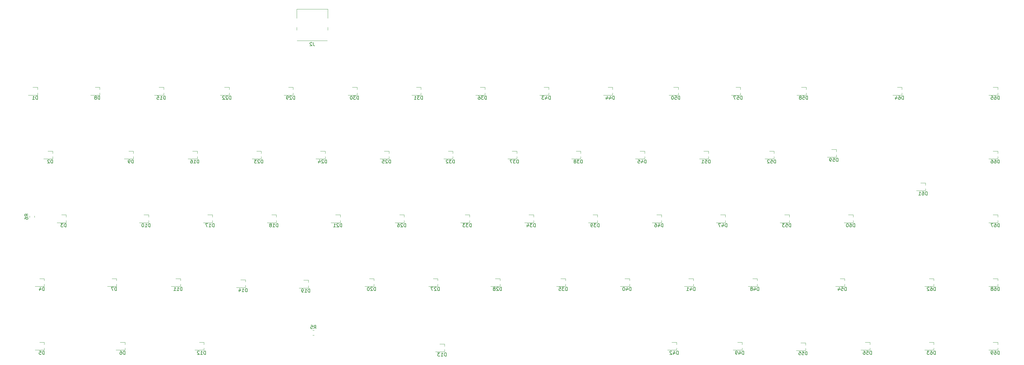
<source format=gbr>
%TF.GenerationSoftware,KiCad,Pcbnew,(6.0.4)*%
%TF.CreationDate,2022-03-24T02:10:14+00:00*%
%TF.ProjectId,kbd,6b62642e-6b69-4636-9164-5f7063625858,rev?*%
%TF.SameCoordinates,Original*%
%TF.FileFunction,Legend,Bot*%
%TF.FilePolarity,Positive*%
%FSLAX46Y46*%
G04 Gerber Fmt 4.6, Leading zero omitted, Abs format (unit mm)*
G04 Created by KiCad (PCBNEW (6.0.4)) date 2022-03-24 02:10:14*
%MOMM*%
%LPD*%
G01*
G04 APERTURE LIST*
%ADD10C,0.150000*%
%ADD11C,0.120000*%
G04 APERTURE END LIST*
D10*
%TO.C,R5*%
X115916666Y-134802380D02*
X116250000Y-134326190D01*
X116488095Y-134802380D02*
X116488095Y-133802380D01*
X116107142Y-133802380D01*
X116011904Y-133850000D01*
X115964285Y-133897619D01*
X115916666Y-133992857D01*
X115916666Y-134135714D01*
X115964285Y-134230952D01*
X116011904Y-134278571D01*
X116107142Y-134326190D01*
X116488095Y-134326190D01*
X115011904Y-133802380D02*
X115488095Y-133802380D01*
X115535714Y-134278571D01*
X115488095Y-134230952D01*
X115392857Y-134183333D01*
X115154761Y-134183333D01*
X115059523Y-134230952D01*
X115011904Y-134278571D01*
X114964285Y-134373809D01*
X114964285Y-134611904D01*
X115011904Y-134707142D01*
X115059523Y-134754761D01*
X115154761Y-134802380D01*
X115392857Y-134802380D01*
X115488095Y-134754761D01*
X115535714Y-134707142D01*
%TO.C,D57*%
X243214285Y-66452380D02*
X243214285Y-65452380D01*
X242976190Y-65452380D01*
X242833333Y-65500000D01*
X242738095Y-65595238D01*
X242690476Y-65690476D01*
X242642857Y-65880952D01*
X242642857Y-66023809D01*
X242690476Y-66214285D01*
X242738095Y-66309523D01*
X242833333Y-66404761D01*
X242976190Y-66452380D01*
X243214285Y-66452380D01*
X241738095Y-65452380D02*
X242214285Y-65452380D01*
X242261904Y-65928571D01*
X242214285Y-65880952D01*
X242119047Y-65833333D01*
X241880952Y-65833333D01*
X241785714Y-65880952D01*
X241738095Y-65928571D01*
X241690476Y-66023809D01*
X241690476Y-66261904D01*
X241738095Y-66357142D01*
X241785714Y-66404761D01*
X241880952Y-66452380D01*
X242119047Y-66452380D01*
X242214285Y-66404761D01*
X242261904Y-66357142D01*
X241357142Y-65452380D02*
X240690476Y-65452380D01*
X241119047Y-66452380D01*
%TO.C,D59*%
X271714285Y-84952380D02*
X271714285Y-83952380D01*
X271476190Y-83952380D01*
X271333333Y-84000000D01*
X271238095Y-84095238D01*
X271190476Y-84190476D01*
X271142857Y-84380952D01*
X271142857Y-84523809D01*
X271190476Y-84714285D01*
X271238095Y-84809523D01*
X271333333Y-84904761D01*
X271476190Y-84952380D01*
X271714285Y-84952380D01*
X270238095Y-83952380D02*
X270714285Y-83952380D01*
X270761904Y-84428571D01*
X270714285Y-84380952D01*
X270619047Y-84333333D01*
X270380952Y-84333333D01*
X270285714Y-84380952D01*
X270238095Y-84428571D01*
X270190476Y-84523809D01*
X270190476Y-84761904D01*
X270238095Y-84857142D01*
X270285714Y-84904761D01*
X270380952Y-84952380D01*
X270619047Y-84952380D01*
X270714285Y-84904761D01*
X270761904Y-84857142D01*
X269714285Y-84952380D02*
X269523809Y-84952380D01*
X269428571Y-84904761D01*
X269380952Y-84857142D01*
X269285714Y-84714285D01*
X269238095Y-84523809D01*
X269238095Y-84142857D01*
X269285714Y-84047619D01*
X269333333Y-84000000D01*
X269428571Y-83952380D01*
X269619047Y-83952380D01*
X269714285Y-84000000D01*
X269761904Y-84047619D01*
X269809523Y-84142857D01*
X269809523Y-84380952D01*
X269761904Y-84476190D01*
X269714285Y-84523809D01*
X269619047Y-84571428D01*
X269428571Y-84571428D01*
X269333333Y-84523809D01*
X269285714Y-84476190D01*
X269238095Y-84380952D01*
%TO.C,D65*%
X319714285Y-66452380D02*
X319714285Y-65452380D01*
X319476190Y-65452380D01*
X319333333Y-65500000D01*
X319238095Y-65595238D01*
X319190476Y-65690476D01*
X319142857Y-65880952D01*
X319142857Y-66023809D01*
X319190476Y-66214285D01*
X319238095Y-66309523D01*
X319333333Y-66404761D01*
X319476190Y-66452380D01*
X319714285Y-66452380D01*
X318285714Y-65452380D02*
X318476190Y-65452380D01*
X318571428Y-65500000D01*
X318619047Y-65547619D01*
X318714285Y-65690476D01*
X318761904Y-65880952D01*
X318761904Y-66261904D01*
X318714285Y-66357142D01*
X318666666Y-66404761D01*
X318571428Y-66452380D01*
X318380952Y-66452380D01*
X318285714Y-66404761D01*
X318238095Y-66357142D01*
X318190476Y-66261904D01*
X318190476Y-66023809D01*
X318238095Y-65928571D01*
X318285714Y-65880952D01*
X318380952Y-65833333D01*
X318571428Y-65833333D01*
X318666666Y-65880952D01*
X318714285Y-65928571D01*
X318761904Y-66023809D01*
X317285714Y-65452380D02*
X317761904Y-65452380D01*
X317809523Y-65928571D01*
X317761904Y-65880952D01*
X317666666Y-65833333D01*
X317428571Y-65833333D01*
X317333333Y-65880952D01*
X317285714Y-65928571D01*
X317238095Y-66023809D01*
X317238095Y-66261904D01*
X317285714Y-66357142D01*
X317333333Y-66404761D01*
X317428571Y-66452380D01*
X317666666Y-66452380D01*
X317761904Y-66404761D01*
X317809523Y-66357142D01*
%TO.C,D61*%
X298214285Y-94952380D02*
X298214285Y-93952380D01*
X297976190Y-93952380D01*
X297833333Y-94000000D01*
X297738095Y-94095238D01*
X297690476Y-94190476D01*
X297642857Y-94380952D01*
X297642857Y-94523809D01*
X297690476Y-94714285D01*
X297738095Y-94809523D01*
X297833333Y-94904761D01*
X297976190Y-94952380D01*
X298214285Y-94952380D01*
X296785714Y-93952380D02*
X296976190Y-93952380D01*
X297071428Y-94000000D01*
X297119047Y-94047619D01*
X297214285Y-94190476D01*
X297261904Y-94380952D01*
X297261904Y-94761904D01*
X297214285Y-94857142D01*
X297166666Y-94904761D01*
X297071428Y-94952380D01*
X296880952Y-94952380D01*
X296785714Y-94904761D01*
X296738095Y-94857142D01*
X296690476Y-94761904D01*
X296690476Y-94523809D01*
X296738095Y-94428571D01*
X296785714Y-94380952D01*
X296880952Y-94333333D01*
X297071428Y-94333333D01*
X297166666Y-94380952D01*
X297214285Y-94428571D01*
X297261904Y-94523809D01*
X295738095Y-94952380D02*
X296309523Y-94952380D01*
X296023809Y-94952380D02*
X296023809Y-93952380D01*
X296119047Y-94095238D01*
X296214285Y-94190476D01*
X296309523Y-94238095D01*
%TO.C,D60*%
X276714285Y-104452380D02*
X276714285Y-103452380D01*
X276476190Y-103452380D01*
X276333333Y-103500000D01*
X276238095Y-103595238D01*
X276190476Y-103690476D01*
X276142857Y-103880952D01*
X276142857Y-104023809D01*
X276190476Y-104214285D01*
X276238095Y-104309523D01*
X276333333Y-104404761D01*
X276476190Y-104452380D01*
X276714285Y-104452380D01*
X275285714Y-103452380D02*
X275476190Y-103452380D01*
X275571428Y-103500000D01*
X275619047Y-103547619D01*
X275714285Y-103690476D01*
X275761904Y-103880952D01*
X275761904Y-104261904D01*
X275714285Y-104357142D01*
X275666666Y-104404761D01*
X275571428Y-104452380D01*
X275380952Y-104452380D01*
X275285714Y-104404761D01*
X275238095Y-104357142D01*
X275190476Y-104261904D01*
X275190476Y-104023809D01*
X275238095Y-103928571D01*
X275285714Y-103880952D01*
X275380952Y-103833333D01*
X275571428Y-103833333D01*
X275666666Y-103880952D01*
X275714285Y-103928571D01*
X275761904Y-104023809D01*
X274571428Y-103452380D02*
X274476190Y-103452380D01*
X274380952Y-103500000D01*
X274333333Y-103547619D01*
X274285714Y-103642857D01*
X274238095Y-103833333D01*
X274238095Y-104071428D01*
X274285714Y-104261904D01*
X274333333Y-104357142D01*
X274380952Y-104404761D01*
X274476190Y-104452380D01*
X274571428Y-104452380D01*
X274666666Y-104404761D01*
X274714285Y-104357142D01*
X274761904Y-104261904D01*
X274809523Y-104071428D01*
X274809523Y-103833333D01*
X274761904Y-103642857D01*
X274714285Y-103547619D01*
X274666666Y-103500000D01*
X274571428Y-103452380D01*
%TO.C,D33*%
X162714285Y-104452380D02*
X162714285Y-103452380D01*
X162476190Y-103452380D01*
X162333333Y-103500000D01*
X162238095Y-103595238D01*
X162190476Y-103690476D01*
X162142857Y-103880952D01*
X162142857Y-104023809D01*
X162190476Y-104214285D01*
X162238095Y-104309523D01*
X162333333Y-104404761D01*
X162476190Y-104452380D01*
X162714285Y-104452380D01*
X161809523Y-103452380D02*
X161190476Y-103452380D01*
X161523809Y-103833333D01*
X161380952Y-103833333D01*
X161285714Y-103880952D01*
X161238095Y-103928571D01*
X161190476Y-104023809D01*
X161190476Y-104261904D01*
X161238095Y-104357142D01*
X161285714Y-104404761D01*
X161380952Y-104452380D01*
X161666666Y-104452380D01*
X161761904Y-104404761D01*
X161809523Y-104357142D01*
X160857142Y-103452380D02*
X160238095Y-103452380D01*
X160571428Y-103833333D01*
X160428571Y-103833333D01*
X160333333Y-103880952D01*
X160285714Y-103928571D01*
X160238095Y-104023809D01*
X160238095Y-104261904D01*
X160285714Y-104357142D01*
X160333333Y-104404761D01*
X160428571Y-104452380D01*
X160714285Y-104452380D01*
X160809523Y-104404761D01*
X160857142Y-104357142D01*
%TO.C,D38*%
X195714285Y-85452380D02*
X195714285Y-84452380D01*
X195476190Y-84452380D01*
X195333333Y-84500000D01*
X195238095Y-84595238D01*
X195190476Y-84690476D01*
X195142857Y-84880952D01*
X195142857Y-85023809D01*
X195190476Y-85214285D01*
X195238095Y-85309523D01*
X195333333Y-85404761D01*
X195476190Y-85452380D01*
X195714285Y-85452380D01*
X194809523Y-84452380D02*
X194190476Y-84452380D01*
X194523809Y-84833333D01*
X194380952Y-84833333D01*
X194285714Y-84880952D01*
X194238095Y-84928571D01*
X194190476Y-85023809D01*
X194190476Y-85261904D01*
X194238095Y-85357142D01*
X194285714Y-85404761D01*
X194380952Y-85452380D01*
X194666666Y-85452380D01*
X194761904Y-85404761D01*
X194809523Y-85357142D01*
X193619047Y-84880952D02*
X193714285Y-84833333D01*
X193761904Y-84785714D01*
X193809523Y-84690476D01*
X193809523Y-84642857D01*
X193761904Y-84547619D01*
X193714285Y-84500000D01*
X193619047Y-84452380D01*
X193428571Y-84452380D01*
X193333333Y-84500000D01*
X193285714Y-84547619D01*
X193238095Y-84642857D01*
X193238095Y-84690476D01*
X193285714Y-84785714D01*
X193333333Y-84833333D01*
X193428571Y-84880952D01*
X193619047Y-84880952D01*
X193714285Y-84928571D01*
X193761904Y-84976190D01*
X193809523Y-85071428D01*
X193809523Y-85261904D01*
X193761904Y-85357142D01*
X193714285Y-85404761D01*
X193619047Y-85452380D01*
X193428571Y-85452380D01*
X193333333Y-85404761D01*
X193285714Y-85357142D01*
X193238095Y-85261904D01*
X193238095Y-85071428D01*
X193285714Y-84976190D01*
X193333333Y-84928571D01*
X193428571Y-84880952D01*
%TO.C,D55*%
X262544285Y-142602380D02*
X262544285Y-141602380D01*
X262306190Y-141602380D01*
X262163333Y-141650000D01*
X262068095Y-141745238D01*
X262020476Y-141840476D01*
X261972857Y-142030952D01*
X261972857Y-142173809D01*
X262020476Y-142364285D01*
X262068095Y-142459523D01*
X262163333Y-142554761D01*
X262306190Y-142602380D01*
X262544285Y-142602380D01*
X261068095Y-141602380D02*
X261544285Y-141602380D01*
X261591904Y-142078571D01*
X261544285Y-142030952D01*
X261449047Y-141983333D01*
X261210952Y-141983333D01*
X261115714Y-142030952D01*
X261068095Y-142078571D01*
X261020476Y-142173809D01*
X261020476Y-142411904D01*
X261068095Y-142507142D01*
X261115714Y-142554761D01*
X261210952Y-142602380D01*
X261449047Y-142602380D01*
X261544285Y-142554761D01*
X261591904Y-142507142D01*
X260115714Y-141602380D02*
X260591904Y-141602380D01*
X260639523Y-142078571D01*
X260591904Y-142030952D01*
X260496666Y-141983333D01*
X260258571Y-141983333D01*
X260163333Y-142030952D01*
X260115714Y-142078571D01*
X260068095Y-142173809D01*
X260068095Y-142411904D01*
X260115714Y-142507142D01*
X260163333Y-142554761D01*
X260258571Y-142602380D01*
X260496666Y-142602380D01*
X260591904Y-142554761D01*
X260639523Y-142507142D01*
%TO.C,D36*%
X167214285Y-66452380D02*
X167214285Y-65452380D01*
X166976190Y-65452380D01*
X166833333Y-65500000D01*
X166738095Y-65595238D01*
X166690476Y-65690476D01*
X166642857Y-65880952D01*
X166642857Y-66023809D01*
X166690476Y-66214285D01*
X166738095Y-66309523D01*
X166833333Y-66404761D01*
X166976190Y-66452380D01*
X167214285Y-66452380D01*
X166309523Y-65452380D02*
X165690476Y-65452380D01*
X166023809Y-65833333D01*
X165880952Y-65833333D01*
X165785714Y-65880952D01*
X165738095Y-65928571D01*
X165690476Y-66023809D01*
X165690476Y-66261904D01*
X165738095Y-66357142D01*
X165785714Y-66404761D01*
X165880952Y-66452380D01*
X166166666Y-66452380D01*
X166261904Y-66404761D01*
X166309523Y-66357142D01*
X164833333Y-65452380D02*
X165023809Y-65452380D01*
X165119047Y-65500000D01*
X165166666Y-65547619D01*
X165261904Y-65690476D01*
X165309523Y-65880952D01*
X165309523Y-66261904D01*
X165261904Y-66357142D01*
X165214285Y-66404761D01*
X165119047Y-66452380D01*
X164928571Y-66452380D01*
X164833333Y-66404761D01*
X164785714Y-66357142D01*
X164738095Y-66261904D01*
X164738095Y-66023809D01*
X164785714Y-65928571D01*
X164833333Y-65880952D01*
X164928571Y-65833333D01*
X165119047Y-65833333D01*
X165214285Y-65880952D01*
X165261904Y-65928571D01*
X165309523Y-66023809D01*
%TO.C,D13*%
X155214285Y-142952380D02*
X155214285Y-141952380D01*
X154976190Y-141952380D01*
X154833333Y-142000000D01*
X154738095Y-142095238D01*
X154690476Y-142190476D01*
X154642857Y-142380952D01*
X154642857Y-142523809D01*
X154690476Y-142714285D01*
X154738095Y-142809523D01*
X154833333Y-142904761D01*
X154976190Y-142952380D01*
X155214285Y-142952380D01*
X153690476Y-142952380D02*
X154261904Y-142952380D01*
X153976190Y-142952380D02*
X153976190Y-141952380D01*
X154071428Y-142095238D01*
X154166666Y-142190476D01*
X154261904Y-142238095D01*
X153357142Y-141952380D02*
X152738095Y-141952380D01*
X153071428Y-142333333D01*
X152928571Y-142333333D01*
X152833333Y-142380952D01*
X152785714Y-142428571D01*
X152738095Y-142523809D01*
X152738095Y-142761904D01*
X152785714Y-142857142D01*
X152833333Y-142904761D01*
X152928571Y-142952380D01*
X153214285Y-142952380D01*
X153309523Y-142904761D01*
X153357142Y-142857142D01*
%TO.C,D17*%
X86214285Y-104452380D02*
X86214285Y-103452380D01*
X85976190Y-103452380D01*
X85833333Y-103500000D01*
X85738095Y-103595238D01*
X85690476Y-103690476D01*
X85642857Y-103880952D01*
X85642857Y-104023809D01*
X85690476Y-104214285D01*
X85738095Y-104309523D01*
X85833333Y-104404761D01*
X85976190Y-104452380D01*
X86214285Y-104452380D01*
X84690476Y-104452380D02*
X85261904Y-104452380D01*
X84976190Y-104452380D02*
X84976190Y-103452380D01*
X85071428Y-103595238D01*
X85166666Y-103690476D01*
X85261904Y-103738095D01*
X84357142Y-103452380D02*
X83690476Y-103452380D01*
X84119047Y-104452380D01*
%TO.C,D51*%
X233714285Y-85452380D02*
X233714285Y-84452380D01*
X233476190Y-84452380D01*
X233333333Y-84500000D01*
X233238095Y-84595238D01*
X233190476Y-84690476D01*
X233142857Y-84880952D01*
X233142857Y-85023809D01*
X233190476Y-85214285D01*
X233238095Y-85309523D01*
X233333333Y-85404761D01*
X233476190Y-85452380D01*
X233714285Y-85452380D01*
X232238095Y-84452380D02*
X232714285Y-84452380D01*
X232761904Y-84928571D01*
X232714285Y-84880952D01*
X232619047Y-84833333D01*
X232380952Y-84833333D01*
X232285714Y-84880952D01*
X232238095Y-84928571D01*
X232190476Y-85023809D01*
X232190476Y-85261904D01*
X232238095Y-85357142D01*
X232285714Y-85404761D01*
X232380952Y-85452380D01*
X232619047Y-85452380D01*
X232714285Y-85404761D01*
X232761904Y-85357142D01*
X231238095Y-85452380D02*
X231809523Y-85452380D01*
X231523809Y-85452380D02*
X231523809Y-84452380D01*
X231619047Y-84595238D01*
X231714285Y-84690476D01*
X231809523Y-84738095D01*
%TO.C,D28*%
X171714285Y-123452380D02*
X171714285Y-122452380D01*
X171476190Y-122452380D01*
X171333333Y-122500000D01*
X171238095Y-122595238D01*
X171190476Y-122690476D01*
X171142857Y-122880952D01*
X171142857Y-123023809D01*
X171190476Y-123214285D01*
X171238095Y-123309523D01*
X171333333Y-123404761D01*
X171476190Y-123452380D01*
X171714285Y-123452380D01*
X170761904Y-122547619D02*
X170714285Y-122500000D01*
X170619047Y-122452380D01*
X170380952Y-122452380D01*
X170285714Y-122500000D01*
X170238095Y-122547619D01*
X170190476Y-122642857D01*
X170190476Y-122738095D01*
X170238095Y-122880952D01*
X170809523Y-123452380D01*
X170190476Y-123452380D01*
X169619047Y-122880952D02*
X169714285Y-122833333D01*
X169761904Y-122785714D01*
X169809523Y-122690476D01*
X169809523Y-122642857D01*
X169761904Y-122547619D01*
X169714285Y-122500000D01*
X169619047Y-122452380D01*
X169428571Y-122452380D01*
X169333333Y-122500000D01*
X169285714Y-122547619D01*
X169238095Y-122642857D01*
X169238095Y-122690476D01*
X169285714Y-122785714D01*
X169333333Y-122833333D01*
X169428571Y-122880952D01*
X169619047Y-122880952D01*
X169714285Y-122928571D01*
X169761904Y-122976190D01*
X169809523Y-123071428D01*
X169809523Y-123261904D01*
X169761904Y-123357142D01*
X169714285Y-123404761D01*
X169619047Y-123452380D01*
X169428571Y-123452380D01*
X169333333Y-123404761D01*
X169285714Y-123357142D01*
X169238095Y-123261904D01*
X169238095Y-123071428D01*
X169285714Y-122976190D01*
X169333333Y-122928571D01*
X169428571Y-122880952D01*
%TO.C,D67*%
X319714285Y-104452380D02*
X319714285Y-103452380D01*
X319476190Y-103452380D01*
X319333333Y-103500000D01*
X319238095Y-103595238D01*
X319190476Y-103690476D01*
X319142857Y-103880952D01*
X319142857Y-104023809D01*
X319190476Y-104214285D01*
X319238095Y-104309523D01*
X319333333Y-104404761D01*
X319476190Y-104452380D01*
X319714285Y-104452380D01*
X318285714Y-103452380D02*
X318476190Y-103452380D01*
X318571428Y-103500000D01*
X318619047Y-103547619D01*
X318714285Y-103690476D01*
X318761904Y-103880952D01*
X318761904Y-104261904D01*
X318714285Y-104357142D01*
X318666666Y-104404761D01*
X318571428Y-104452380D01*
X318380952Y-104452380D01*
X318285714Y-104404761D01*
X318238095Y-104357142D01*
X318190476Y-104261904D01*
X318190476Y-104023809D01*
X318238095Y-103928571D01*
X318285714Y-103880952D01*
X318380952Y-103833333D01*
X318571428Y-103833333D01*
X318666666Y-103880952D01*
X318714285Y-103928571D01*
X318761904Y-104023809D01*
X317857142Y-103452380D02*
X317190476Y-103452380D01*
X317619047Y-104452380D01*
%TO.C,D54*%
X274214285Y-123452380D02*
X274214285Y-122452380D01*
X273976190Y-122452380D01*
X273833333Y-122500000D01*
X273738095Y-122595238D01*
X273690476Y-122690476D01*
X273642857Y-122880952D01*
X273642857Y-123023809D01*
X273690476Y-123214285D01*
X273738095Y-123309523D01*
X273833333Y-123404761D01*
X273976190Y-123452380D01*
X274214285Y-123452380D01*
X272738095Y-122452380D02*
X273214285Y-122452380D01*
X273261904Y-122928571D01*
X273214285Y-122880952D01*
X273119047Y-122833333D01*
X272880952Y-122833333D01*
X272785714Y-122880952D01*
X272738095Y-122928571D01*
X272690476Y-123023809D01*
X272690476Y-123261904D01*
X272738095Y-123357142D01*
X272785714Y-123404761D01*
X272880952Y-123452380D01*
X273119047Y-123452380D01*
X273214285Y-123404761D01*
X273261904Y-123357142D01*
X271833333Y-122785714D02*
X271833333Y-123452380D01*
X272071428Y-122404761D02*
X272309523Y-123119047D01*
X271690476Y-123119047D01*
%TO.C,D56*%
X281714285Y-142452380D02*
X281714285Y-141452380D01*
X281476190Y-141452380D01*
X281333333Y-141500000D01*
X281238095Y-141595238D01*
X281190476Y-141690476D01*
X281142857Y-141880952D01*
X281142857Y-142023809D01*
X281190476Y-142214285D01*
X281238095Y-142309523D01*
X281333333Y-142404761D01*
X281476190Y-142452380D01*
X281714285Y-142452380D01*
X280238095Y-141452380D02*
X280714285Y-141452380D01*
X280761904Y-141928571D01*
X280714285Y-141880952D01*
X280619047Y-141833333D01*
X280380952Y-141833333D01*
X280285714Y-141880952D01*
X280238095Y-141928571D01*
X280190476Y-142023809D01*
X280190476Y-142261904D01*
X280238095Y-142357142D01*
X280285714Y-142404761D01*
X280380952Y-142452380D01*
X280619047Y-142452380D01*
X280714285Y-142404761D01*
X280761904Y-142357142D01*
X279333333Y-141452380D02*
X279523809Y-141452380D01*
X279619047Y-141500000D01*
X279666666Y-141547619D01*
X279761904Y-141690476D01*
X279809523Y-141880952D01*
X279809523Y-142261904D01*
X279761904Y-142357142D01*
X279714285Y-142404761D01*
X279619047Y-142452380D01*
X279428571Y-142452380D01*
X279333333Y-142404761D01*
X279285714Y-142357142D01*
X279238095Y-142261904D01*
X279238095Y-142023809D01*
X279285714Y-141928571D01*
X279333333Y-141880952D01*
X279428571Y-141833333D01*
X279619047Y-141833333D01*
X279714285Y-141880952D01*
X279761904Y-141928571D01*
X279809523Y-142023809D01*
%TO.C,D39*%
X200714285Y-104452380D02*
X200714285Y-103452380D01*
X200476190Y-103452380D01*
X200333333Y-103500000D01*
X200238095Y-103595238D01*
X200190476Y-103690476D01*
X200142857Y-103880952D01*
X200142857Y-104023809D01*
X200190476Y-104214285D01*
X200238095Y-104309523D01*
X200333333Y-104404761D01*
X200476190Y-104452380D01*
X200714285Y-104452380D01*
X199809523Y-103452380D02*
X199190476Y-103452380D01*
X199523809Y-103833333D01*
X199380952Y-103833333D01*
X199285714Y-103880952D01*
X199238095Y-103928571D01*
X199190476Y-104023809D01*
X199190476Y-104261904D01*
X199238095Y-104357142D01*
X199285714Y-104404761D01*
X199380952Y-104452380D01*
X199666666Y-104452380D01*
X199761904Y-104404761D01*
X199809523Y-104357142D01*
X198714285Y-104452380D02*
X198523809Y-104452380D01*
X198428571Y-104404761D01*
X198380952Y-104357142D01*
X198285714Y-104214285D01*
X198238095Y-104023809D01*
X198238095Y-103642857D01*
X198285714Y-103547619D01*
X198333333Y-103500000D01*
X198428571Y-103452380D01*
X198619047Y-103452380D01*
X198714285Y-103500000D01*
X198761904Y-103547619D01*
X198809523Y-103642857D01*
X198809523Y-103880952D01*
X198761904Y-103976190D01*
X198714285Y-104023809D01*
X198619047Y-104071428D01*
X198428571Y-104071428D01*
X198333333Y-104023809D01*
X198285714Y-103976190D01*
X198238095Y-103880952D01*
%TO.C,D63*%
X300714285Y-142452380D02*
X300714285Y-141452380D01*
X300476190Y-141452380D01*
X300333333Y-141500000D01*
X300238095Y-141595238D01*
X300190476Y-141690476D01*
X300142857Y-141880952D01*
X300142857Y-142023809D01*
X300190476Y-142214285D01*
X300238095Y-142309523D01*
X300333333Y-142404761D01*
X300476190Y-142452380D01*
X300714285Y-142452380D01*
X299285714Y-141452380D02*
X299476190Y-141452380D01*
X299571428Y-141500000D01*
X299619047Y-141547619D01*
X299714285Y-141690476D01*
X299761904Y-141880952D01*
X299761904Y-142261904D01*
X299714285Y-142357142D01*
X299666666Y-142404761D01*
X299571428Y-142452380D01*
X299380952Y-142452380D01*
X299285714Y-142404761D01*
X299238095Y-142357142D01*
X299190476Y-142261904D01*
X299190476Y-142023809D01*
X299238095Y-141928571D01*
X299285714Y-141880952D01*
X299380952Y-141833333D01*
X299571428Y-141833333D01*
X299666666Y-141880952D01*
X299714285Y-141928571D01*
X299761904Y-142023809D01*
X298857142Y-141452380D02*
X298238095Y-141452380D01*
X298571428Y-141833333D01*
X298428571Y-141833333D01*
X298333333Y-141880952D01*
X298285714Y-141928571D01*
X298238095Y-142023809D01*
X298238095Y-142261904D01*
X298285714Y-142357142D01*
X298333333Y-142404761D01*
X298428571Y-142452380D01*
X298714285Y-142452380D01*
X298809523Y-142404761D01*
X298857142Y-142357142D01*
%TO.C,D68*%
X319714285Y-123452380D02*
X319714285Y-122452380D01*
X319476190Y-122452380D01*
X319333333Y-122500000D01*
X319238095Y-122595238D01*
X319190476Y-122690476D01*
X319142857Y-122880952D01*
X319142857Y-123023809D01*
X319190476Y-123214285D01*
X319238095Y-123309523D01*
X319333333Y-123404761D01*
X319476190Y-123452380D01*
X319714285Y-123452380D01*
X318285714Y-122452380D02*
X318476190Y-122452380D01*
X318571428Y-122500000D01*
X318619047Y-122547619D01*
X318714285Y-122690476D01*
X318761904Y-122880952D01*
X318761904Y-123261904D01*
X318714285Y-123357142D01*
X318666666Y-123404761D01*
X318571428Y-123452380D01*
X318380952Y-123452380D01*
X318285714Y-123404761D01*
X318238095Y-123357142D01*
X318190476Y-123261904D01*
X318190476Y-123023809D01*
X318238095Y-122928571D01*
X318285714Y-122880952D01*
X318380952Y-122833333D01*
X318571428Y-122833333D01*
X318666666Y-122880952D01*
X318714285Y-122928571D01*
X318761904Y-123023809D01*
X317619047Y-122880952D02*
X317714285Y-122833333D01*
X317761904Y-122785714D01*
X317809523Y-122690476D01*
X317809523Y-122642857D01*
X317761904Y-122547619D01*
X317714285Y-122500000D01*
X317619047Y-122452380D01*
X317428571Y-122452380D01*
X317333333Y-122500000D01*
X317285714Y-122547619D01*
X317238095Y-122642857D01*
X317238095Y-122690476D01*
X317285714Y-122785714D01*
X317333333Y-122833333D01*
X317428571Y-122880952D01*
X317619047Y-122880952D01*
X317714285Y-122928571D01*
X317761904Y-122976190D01*
X317809523Y-123071428D01*
X317809523Y-123261904D01*
X317761904Y-123357142D01*
X317714285Y-123404761D01*
X317619047Y-123452380D01*
X317428571Y-123452380D01*
X317333333Y-123404761D01*
X317285714Y-123357142D01*
X317238095Y-123261904D01*
X317238095Y-123071428D01*
X317285714Y-122976190D01*
X317333333Y-122928571D01*
X317428571Y-122880952D01*
%TO.C,D31*%
X148214285Y-66452380D02*
X148214285Y-65452380D01*
X147976190Y-65452380D01*
X147833333Y-65500000D01*
X147738095Y-65595238D01*
X147690476Y-65690476D01*
X147642857Y-65880952D01*
X147642857Y-66023809D01*
X147690476Y-66214285D01*
X147738095Y-66309523D01*
X147833333Y-66404761D01*
X147976190Y-66452380D01*
X148214285Y-66452380D01*
X147309523Y-65452380D02*
X146690476Y-65452380D01*
X147023809Y-65833333D01*
X146880952Y-65833333D01*
X146785714Y-65880952D01*
X146738095Y-65928571D01*
X146690476Y-66023809D01*
X146690476Y-66261904D01*
X146738095Y-66357142D01*
X146785714Y-66404761D01*
X146880952Y-66452380D01*
X147166666Y-66452380D01*
X147261904Y-66404761D01*
X147309523Y-66357142D01*
X145738095Y-66452380D02*
X146309523Y-66452380D01*
X146023809Y-66452380D02*
X146023809Y-65452380D01*
X146119047Y-65595238D01*
X146214285Y-65690476D01*
X146309523Y-65738095D01*
%TO.C,D9*%
X62238095Y-85452380D02*
X62238095Y-84452380D01*
X62000000Y-84452380D01*
X61857142Y-84500000D01*
X61761904Y-84595238D01*
X61714285Y-84690476D01*
X61666666Y-84880952D01*
X61666666Y-85023809D01*
X61714285Y-85214285D01*
X61761904Y-85309523D01*
X61857142Y-85404761D01*
X62000000Y-85452380D01*
X62238095Y-85452380D01*
X61190476Y-85452380D02*
X61000000Y-85452380D01*
X60904761Y-85404761D01*
X60857142Y-85357142D01*
X60761904Y-85214285D01*
X60714285Y-85023809D01*
X60714285Y-84642857D01*
X60761904Y-84547619D01*
X60809523Y-84500000D01*
X60904761Y-84452380D01*
X61095238Y-84452380D01*
X61190476Y-84500000D01*
X61238095Y-84547619D01*
X61285714Y-84642857D01*
X61285714Y-84880952D01*
X61238095Y-84976190D01*
X61190476Y-85023809D01*
X61095238Y-85071428D01*
X60904761Y-85071428D01*
X60809523Y-85023809D01*
X60761904Y-84976190D01*
X60714285Y-84880952D01*
%TO.C,D35*%
X191214285Y-123452380D02*
X191214285Y-122452380D01*
X190976190Y-122452380D01*
X190833333Y-122500000D01*
X190738095Y-122595238D01*
X190690476Y-122690476D01*
X190642857Y-122880952D01*
X190642857Y-123023809D01*
X190690476Y-123214285D01*
X190738095Y-123309523D01*
X190833333Y-123404761D01*
X190976190Y-123452380D01*
X191214285Y-123452380D01*
X190309523Y-122452380D02*
X189690476Y-122452380D01*
X190023809Y-122833333D01*
X189880952Y-122833333D01*
X189785714Y-122880952D01*
X189738095Y-122928571D01*
X189690476Y-123023809D01*
X189690476Y-123261904D01*
X189738095Y-123357142D01*
X189785714Y-123404761D01*
X189880952Y-123452380D01*
X190166666Y-123452380D01*
X190261904Y-123404761D01*
X190309523Y-123357142D01*
X188785714Y-122452380D02*
X189261904Y-122452380D01*
X189309523Y-122928571D01*
X189261904Y-122880952D01*
X189166666Y-122833333D01*
X188928571Y-122833333D01*
X188833333Y-122880952D01*
X188785714Y-122928571D01*
X188738095Y-123023809D01*
X188738095Y-123261904D01*
X188785714Y-123357142D01*
X188833333Y-123404761D01*
X188928571Y-123452380D01*
X189166666Y-123452380D01*
X189261904Y-123404761D01*
X189309523Y-123357142D01*
%TO.C,D49*%
X243714285Y-142452380D02*
X243714285Y-141452380D01*
X243476190Y-141452380D01*
X243333333Y-141500000D01*
X243238095Y-141595238D01*
X243190476Y-141690476D01*
X243142857Y-141880952D01*
X243142857Y-142023809D01*
X243190476Y-142214285D01*
X243238095Y-142309523D01*
X243333333Y-142404761D01*
X243476190Y-142452380D01*
X243714285Y-142452380D01*
X242285714Y-141785714D02*
X242285714Y-142452380D01*
X242523809Y-141404761D02*
X242761904Y-142119047D01*
X242142857Y-142119047D01*
X241714285Y-142452380D02*
X241523809Y-142452380D01*
X241428571Y-142404761D01*
X241380952Y-142357142D01*
X241285714Y-142214285D01*
X241238095Y-142023809D01*
X241238095Y-141642857D01*
X241285714Y-141547619D01*
X241333333Y-141500000D01*
X241428571Y-141452380D01*
X241619047Y-141452380D01*
X241714285Y-141500000D01*
X241761904Y-141547619D01*
X241809523Y-141642857D01*
X241809523Y-141880952D01*
X241761904Y-141976190D01*
X241714285Y-142023809D01*
X241619047Y-142071428D01*
X241428571Y-142071428D01*
X241333333Y-142023809D01*
X241285714Y-141976190D01*
X241238095Y-141880952D01*
%TO.C,D7*%
X57238095Y-123452380D02*
X57238095Y-122452380D01*
X57000000Y-122452380D01*
X56857142Y-122500000D01*
X56761904Y-122595238D01*
X56714285Y-122690476D01*
X56666666Y-122880952D01*
X56666666Y-123023809D01*
X56714285Y-123214285D01*
X56761904Y-123309523D01*
X56857142Y-123404761D01*
X57000000Y-123452380D01*
X57238095Y-123452380D01*
X56333333Y-122452380D02*
X55666666Y-122452380D01*
X56095238Y-123452380D01*
%TO.C,D52*%
X253214285Y-85452380D02*
X253214285Y-84452380D01*
X252976190Y-84452380D01*
X252833333Y-84500000D01*
X252738095Y-84595238D01*
X252690476Y-84690476D01*
X252642857Y-84880952D01*
X252642857Y-85023809D01*
X252690476Y-85214285D01*
X252738095Y-85309523D01*
X252833333Y-85404761D01*
X252976190Y-85452380D01*
X253214285Y-85452380D01*
X251738095Y-84452380D02*
X252214285Y-84452380D01*
X252261904Y-84928571D01*
X252214285Y-84880952D01*
X252119047Y-84833333D01*
X251880952Y-84833333D01*
X251785714Y-84880952D01*
X251738095Y-84928571D01*
X251690476Y-85023809D01*
X251690476Y-85261904D01*
X251738095Y-85357142D01*
X251785714Y-85404761D01*
X251880952Y-85452380D01*
X252119047Y-85452380D01*
X252214285Y-85404761D01*
X252261904Y-85357142D01*
X251309523Y-84547619D02*
X251261904Y-84500000D01*
X251166666Y-84452380D01*
X250928571Y-84452380D01*
X250833333Y-84500000D01*
X250785714Y-84547619D01*
X250738095Y-84642857D01*
X250738095Y-84738095D01*
X250785714Y-84880952D01*
X251357142Y-85452380D01*
X250738095Y-85452380D01*
%TO.C,D34*%
X181714285Y-104452380D02*
X181714285Y-103452380D01*
X181476190Y-103452380D01*
X181333333Y-103500000D01*
X181238095Y-103595238D01*
X181190476Y-103690476D01*
X181142857Y-103880952D01*
X181142857Y-104023809D01*
X181190476Y-104214285D01*
X181238095Y-104309523D01*
X181333333Y-104404761D01*
X181476190Y-104452380D01*
X181714285Y-104452380D01*
X180809523Y-103452380D02*
X180190476Y-103452380D01*
X180523809Y-103833333D01*
X180380952Y-103833333D01*
X180285714Y-103880952D01*
X180238095Y-103928571D01*
X180190476Y-104023809D01*
X180190476Y-104261904D01*
X180238095Y-104357142D01*
X180285714Y-104404761D01*
X180380952Y-104452380D01*
X180666666Y-104452380D01*
X180761904Y-104404761D01*
X180809523Y-104357142D01*
X179333333Y-103785714D02*
X179333333Y-104452380D01*
X179571428Y-103404761D02*
X179809523Y-104119047D01*
X179190476Y-104119047D01*
%TO.C,D41*%
X229214285Y-123452380D02*
X229214285Y-122452380D01*
X228976190Y-122452380D01*
X228833333Y-122500000D01*
X228738095Y-122595238D01*
X228690476Y-122690476D01*
X228642857Y-122880952D01*
X228642857Y-123023809D01*
X228690476Y-123214285D01*
X228738095Y-123309523D01*
X228833333Y-123404761D01*
X228976190Y-123452380D01*
X229214285Y-123452380D01*
X227785714Y-122785714D02*
X227785714Y-123452380D01*
X228023809Y-122404761D02*
X228261904Y-123119047D01*
X227642857Y-123119047D01*
X226738095Y-123452380D02*
X227309523Y-123452380D01*
X227023809Y-123452380D02*
X227023809Y-122452380D01*
X227119047Y-122595238D01*
X227214285Y-122690476D01*
X227309523Y-122738095D01*
%TO.C,D24*%
X119714285Y-85452380D02*
X119714285Y-84452380D01*
X119476190Y-84452380D01*
X119333333Y-84500000D01*
X119238095Y-84595238D01*
X119190476Y-84690476D01*
X119142857Y-84880952D01*
X119142857Y-85023809D01*
X119190476Y-85214285D01*
X119238095Y-85309523D01*
X119333333Y-85404761D01*
X119476190Y-85452380D01*
X119714285Y-85452380D01*
X118761904Y-84547619D02*
X118714285Y-84500000D01*
X118619047Y-84452380D01*
X118380952Y-84452380D01*
X118285714Y-84500000D01*
X118238095Y-84547619D01*
X118190476Y-84642857D01*
X118190476Y-84738095D01*
X118238095Y-84880952D01*
X118809523Y-85452380D01*
X118190476Y-85452380D01*
X117333333Y-84785714D02*
X117333333Y-85452380D01*
X117571428Y-84404761D02*
X117809523Y-85119047D01*
X117190476Y-85119047D01*
%TO.C,D69*%
X319714285Y-142452380D02*
X319714285Y-141452380D01*
X319476190Y-141452380D01*
X319333333Y-141500000D01*
X319238095Y-141595238D01*
X319190476Y-141690476D01*
X319142857Y-141880952D01*
X319142857Y-142023809D01*
X319190476Y-142214285D01*
X319238095Y-142309523D01*
X319333333Y-142404761D01*
X319476190Y-142452380D01*
X319714285Y-142452380D01*
X318285714Y-141452380D02*
X318476190Y-141452380D01*
X318571428Y-141500000D01*
X318619047Y-141547619D01*
X318714285Y-141690476D01*
X318761904Y-141880952D01*
X318761904Y-142261904D01*
X318714285Y-142357142D01*
X318666666Y-142404761D01*
X318571428Y-142452380D01*
X318380952Y-142452380D01*
X318285714Y-142404761D01*
X318238095Y-142357142D01*
X318190476Y-142261904D01*
X318190476Y-142023809D01*
X318238095Y-141928571D01*
X318285714Y-141880952D01*
X318380952Y-141833333D01*
X318571428Y-141833333D01*
X318666666Y-141880952D01*
X318714285Y-141928571D01*
X318761904Y-142023809D01*
X317714285Y-142452380D02*
X317523809Y-142452380D01*
X317428571Y-142404761D01*
X317380952Y-142357142D01*
X317285714Y-142214285D01*
X317238095Y-142023809D01*
X317238095Y-141642857D01*
X317285714Y-141547619D01*
X317333333Y-141500000D01*
X317428571Y-141452380D01*
X317619047Y-141452380D01*
X317714285Y-141500000D01*
X317761904Y-141547619D01*
X317809523Y-141642857D01*
X317809523Y-141880952D01*
X317761904Y-141976190D01*
X317714285Y-142023809D01*
X317619047Y-142071428D01*
X317428571Y-142071428D01*
X317333333Y-142023809D01*
X317285714Y-141976190D01*
X317238095Y-141880952D01*
%TO.C,D26*%
X143214285Y-104452380D02*
X143214285Y-103452380D01*
X142976190Y-103452380D01*
X142833333Y-103500000D01*
X142738095Y-103595238D01*
X142690476Y-103690476D01*
X142642857Y-103880952D01*
X142642857Y-104023809D01*
X142690476Y-104214285D01*
X142738095Y-104309523D01*
X142833333Y-104404761D01*
X142976190Y-104452380D01*
X143214285Y-104452380D01*
X142261904Y-103547619D02*
X142214285Y-103500000D01*
X142119047Y-103452380D01*
X141880952Y-103452380D01*
X141785714Y-103500000D01*
X141738095Y-103547619D01*
X141690476Y-103642857D01*
X141690476Y-103738095D01*
X141738095Y-103880952D01*
X142309523Y-104452380D01*
X141690476Y-104452380D01*
X140833333Y-103452380D02*
X141023809Y-103452380D01*
X141119047Y-103500000D01*
X141166666Y-103547619D01*
X141261904Y-103690476D01*
X141309523Y-103880952D01*
X141309523Y-104261904D01*
X141261904Y-104357142D01*
X141214285Y-104404761D01*
X141119047Y-104452380D01*
X140928571Y-104452380D01*
X140833333Y-104404761D01*
X140785714Y-104357142D01*
X140738095Y-104261904D01*
X140738095Y-104023809D01*
X140785714Y-103928571D01*
X140833333Y-103880952D01*
X140928571Y-103833333D01*
X141119047Y-103833333D01*
X141214285Y-103880952D01*
X141261904Y-103928571D01*
X141309523Y-104023809D01*
%TO.C,D1*%
X33738095Y-66452380D02*
X33738095Y-65452380D01*
X33500000Y-65452380D01*
X33357142Y-65500000D01*
X33261904Y-65595238D01*
X33214285Y-65690476D01*
X33166666Y-65880952D01*
X33166666Y-66023809D01*
X33214285Y-66214285D01*
X33261904Y-66309523D01*
X33357142Y-66404761D01*
X33500000Y-66452380D01*
X33738095Y-66452380D01*
X32214285Y-66452380D02*
X32785714Y-66452380D01*
X32500000Y-66452380D02*
X32500000Y-65452380D01*
X32595238Y-65595238D01*
X32690476Y-65690476D01*
X32785714Y-65738095D01*
%TO.C,D21*%
X124214285Y-104452380D02*
X124214285Y-103452380D01*
X123976190Y-103452380D01*
X123833333Y-103500000D01*
X123738095Y-103595238D01*
X123690476Y-103690476D01*
X123642857Y-103880952D01*
X123642857Y-104023809D01*
X123690476Y-104214285D01*
X123738095Y-104309523D01*
X123833333Y-104404761D01*
X123976190Y-104452380D01*
X124214285Y-104452380D01*
X123261904Y-103547619D02*
X123214285Y-103500000D01*
X123119047Y-103452380D01*
X122880952Y-103452380D01*
X122785714Y-103500000D01*
X122738095Y-103547619D01*
X122690476Y-103642857D01*
X122690476Y-103738095D01*
X122738095Y-103880952D01*
X123309523Y-104452380D01*
X122690476Y-104452380D01*
X121738095Y-104452380D02*
X122309523Y-104452380D01*
X122023809Y-104452380D02*
X122023809Y-103452380D01*
X122119047Y-103595238D01*
X122214285Y-103690476D01*
X122309523Y-103738095D01*
%TO.C,J2*%
X115733333Y-49477380D02*
X115733333Y-50191666D01*
X115780952Y-50334523D01*
X115876190Y-50429761D01*
X116019047Y-50477380D01*
X116114285Y-50477380D01*
X115304761Y-49572619D02*
X115257142Y-49525000D01*
X115161904Y-49477380D01*
X114923809Y-49477380D01*
X114828571Y-49525000D01*
X114780952Y-49572619D01*
X114733333Y-49667857D01*
X114733333Y-49763095D01*
X114780952Y-49905952D01*
X115352380Y-50477380D01*
X114733333Y-50477380D01*
%TO.C,D3*%
X42238095Y-104452380D02*
X42238095Y-103452380D01*
X42000000Y-103452380D01*
X41857142Y-103500000D01*
X41761904Y-103595238D01*
X41714285Y-103690476D01*
X41666666Y-103880952D01*
X41666666Y-104023809D01*
X41714285Y-104214285D01*
X41761904Y-104309523D01*
X41857142Y-104404761D01*
X42000000Y-104452380D01*
X42238095Y-104452380D01*
X41333333Y-103452380D02*
X40714285Y-103452380D01*
X41047619Y-103833333D01*
X40904761Y-103833333D01*
X40809523Y-103880952D01*
X40761904Y-103928571D01*
X40714285Y-104023809D01*
X40714285Y-104261904D01*
X40761904Y-104357142D01*
X40809523Y-104404761D01*
X40904761Y-104452380D01*
X41190476Y-104452380D01*
X41285714Y-104404761D01*
X41333333Y-104357142D01*
%TO.C,D47*%
X238714285Y-104452380D02*
X238714285Y-103452380D01*
X238476190Y-103452380D01*
X238333333Y-103500000D01*
X238238095Y-103595238D01*
X238190476Y-103690476D01*
X238142857Y-103880952D01*
X238142857Y-104023809D01*
X238190476Y-104214285D01*
X238238095Y-104309523D01*
X238333333Y-104404761D01*
X238476190Y-104452380D01*
X238714285Y-104452380D01*
X237285714Y-103785714D02*
X237285714Y-104452380D01*
X237523809Y-103404761D02*
X237761904Y-104119047D01*
X237142857Y-104119047D01*
X236857142Y-103452380D02*
X236190476Y-103452380D01*
X236619047Y-104452380D01*
%TO.C,D25*%
X138714285Y-85452380D02*
X138714285Y-84452380D01*
X138476190Y-84452380D01*
X138333333Y-84500000D01*
X138238095Y-84595238D01*
X138190476Y-84690476D01*
X138142857Y-84880952D01*
X138142857Y-85023809D01*
X138190476Y-85214285D01*
X138238095Y-85309523D01*
X138333333Y-85404761D01*
X138476190Y-85452380D01*
X138714285Y-85452380D01*
X137761904Y-84547619D02*
X137714285Y-84500000D01*
X137619047Y-84452380D01*
X137380952Y-84452380D01*
X137285714Y-84500000D01*
X137238095Y-84547619D01*
X137190476Y-84642857D01*
X137190476Y-84738095D01*
X137238095Y-84880952D01*
X137809523Y-85452380D01*
X137190476Y-85452380D01*
X136285714Y-84452380D02*
X136761904Y-84452380D01*
X136809523Y-84928571D01*
X136761904Y-84880952D01*
X136666666Y-84833333D01*
X136428571Y-84833333D01*
X136333333Y-84880952D01*
X136285714Y-84928571D01*
X136238095Y-85023809D01*
X136238095Y-85261904D01*
X136285714Y-85357142D01*
X136333333Y-85404761D01*
X136428571Y-85452380D01*
X136666666Y-85452380D01*
X136761904Y-85404761D01*
X136809523Y-85357142D01*
%TO.C,D14*%
X96044285Y-123802380D02*
X96044285Y-122802380D01*
X95806190Y-122802380D01*
X95663333Y-122850000D01*
X95568095Y-122945238D01*
X95520476Y-123040476D01*
X95472857Y-123230952D01*
X95472857Y-123373809D01*
X95520476Y-123564285D01*
X95568095Y-123659523D01*
X95663333Y-123754761D01*
X95806190Y-123802380D01*
X96044285Y-123802380D01*
X94520476Y-123802380D02*
X95091904Y-123802380D01*
X94806190Y-123802380D02*
X94806190Y-122802380D01*
X94901428Y-122945238D01*
X94996666Y-123040476D01*
X95091904Y-123088095D01*
X93663333Y-123135714D02*
X93663333Y-123802380D01*
X93901428Y-122754761D02*
X94139523Y-123469047D01*
X93520476Y-123469047D01*
%TO.C,D23*%
X100714285Y-85452380D02*
X100714285Y-84452380D01*
X100476190Y-84452380D01*
X100333333Y-84500000D01*
X100238095Y-84595238D01*
X100190476Y-84690476D01*
X100142857Y-84880952D01*
X100142857Y-85023809D01*
X100190476Y-85214285D01*
X100238095Y-85309523D01*
X100333333Y-85404761D01*
X100476190Y-85452380D01*
X100714285Y-85452380D01*
X99761904Y-84547619D02*
X99714285Y-84500000D01*
X99619047Y-84452380D01*
X99380952Y-84452380D01*
X99285714Y-84500000D01*
X99238095Y-84547619D01*
X99190476Y-84642857D01*
X99190476Y-84738095D01*
X99238095Y-84880952D01*
X99809523Y-85452380D01*
X99190476Y-85452380D01*
X98857142Y-84452380D02*
X98238095Y-84452380D01*
X98571428Y-84833333D01*
X98428571Y-84833333D01*
X98333333Y-84880952D01*
X98285714Y-84928571D01*
X98238095Y-85023809D01*
X98238095Y-85261904D01*
X98285714Y-85357142D01*
X98333333Y-85404761D01*
X98428571Y-85452380D01*
X98714285Y-85452380D01*
X98809523Y-85404761D01*
X98857142Y-85357142D01*
%TO.C,D8*%
X52238095Y-66452380D02*
X52238095Y-65452380D01*
X52000000Y-65452380D01*
X51857142Y-65500000D01*
X51761904Y-65595238D01*
X51714285Y-65690476D01*
X51666666Y-65880952D01*
X51666666Y-66023809D01*
X51714285Y-66214285D01*
X51761904Y-66309523D01*
X51857142Y-66404761D01*
X52000000Y-66452380D01*
X52238095Y-66452380D01*
X51095238Y-65880952D02*
X51190476Y-65833333D01*
X51238095Y-65785714D01*
X51285714Y-65690476D01*
X51285714Y-65642857D01*
X51238095Y-65547619D01*
X51190476Y-65500000D01*
X51095238Y-65452380D01*
X50904761Y-65452380D01*
X50809523Y-65500000D01*
X50761904Y-65547619D01*
X50714285Y-65642857D01*
X50714285Y-65690476D01*
X50761904Y-65785714D01*
X50809523Y-65833333D01*
X50904761Y-65880952D01*
X51095238Y-65880952D01*
X51190476Y-65928571D01*
X51238095Y-65976190D01*
X51285714Y-66071428D01*
X51285714Y-66261904D01*
X51238095Y-66357142D01*
X51190476Y-66404761D01*
X51095238Y-66452380D01*
X50904761Y-66452380D01*
X50809523Y-66404761D01*
X50761904Y-66357142D01*
X50714285Y-66261904D01*
X50714285Y-66071428D01*
X50761904Y-65976190D01*
X50809523Y-65928571D01*
X50904761Y-65880952D01*
%TO.C,D45*%
X214714285Y-85452380D02*
X214714285Y-84452380D01*
X214476190Y-84452380D01*
X214333333Y-84500000D01*
X214238095Y-84595238D01*
X214190476Y-84690476D01*
X214142857Y-84880952D01*
X214142857Y-85023809D01*
X214190476Y-85214285D01*
X214238095Y-85309523D01*
X214333333Y-85404761D01*
X214476190Y-85452380D01*
X214714285Y-85452380D01*
X213285714Y-84785714D02*
X213285714Y-85452380D01*
X213523809Y-84404761D02*
X213761904Y-85119047D01*
X213142857Y-85119047D01*
X212285714Y-84452380D02*
X212761904Y-84452380D01*
X212809523Y-84928571D01*
X212761904Y-84880952D01*
X212666666Y-84833333D01*
X212428571Y-84833333D01*
X212333333Y-84880952D01*
X212285714Y-84928571D01*
X212238095Y-85023809D01*
X212238095Y-85261904D01*
X212285714Y-85357142D01*
X212333333Y-85404761D01*
X212428571Y-85452380D01*
X212666666Y-85452380D01*
X212761904Y-85404761D01*
X212809523Y-85357142D01*
%TO.C,D44*%
X205214285Y-66452380D02*
X205214285Y-65452380D01*
X204976190Y-65452380D01*
X204833333Y-65500000D01*
X204738095Y-65595238D01*
X204690476Y-65690476D01*
X204642857Y-65880952D01*
X204642857Y-66023809D01*
X204690476Y-66214285D01*
X204738095Y-66309523D01*
X204833333Y-66404761D01*
X204976190Y-66452380D01*
X205214285Y-66452380D01*
X203785714Y-65785714D02*
X203785714Y-66452380D01*
X204023809Y-65404761D02*
X204261904Y-66119047D01*
X203642857Y-66119047D01*
X202833333Y-65785714D02*
X202833333Y-66452380D01*
X203071428Y-65404761D02*
X203309523Y-66119047D01*
X202690476Y-66119047D01*
%TO.C,R6*%
X30902380Y-101233333D02*
X30426190Y-100900000D01*
X30902380Y-100661904D02*
X29902380Y-100661904D01*
X29902380Y-101042857D01*
X29950000Y-101138095D01*
X29997619Y-101185714D01*
X30092857Y-101233333D01*
X30235714Y-101233333D01*
X30330952Y-101185714D01*
X30378571Y-101138095D01*
X30426190Y-101042857D01*
X30426190Y-100661904D01*
X29902380Y-102090476D02*
X29902380Y-101900000D01*
X29950000Y-101804761D01*
X29997619Y-101757142D01*
X30140476Y-101661904D01*
X30330952Y-101614285D01*
X30711904Y-101614285D01*
X30807142Y-101661904D01*
X30854761Y-101709523D01*
X30902380Y-101804761D01*
X30902380Y-101995238D01*
X30854761Y-102090476D01*
X30807142Y-102138095D01*
X30711904Y-102185714D01*
X30473809Y-102185714D01*
X30378571Y-102138095D01*
X30330952Y-102090476D01*
X30283333Y-101995238D01*
X30283333Y-101804761D01*
X30330952Y-101709523D01*
X30378571Y-101661904D01*
X30473809Y-101614285D01*
%TO.C,D30*%
X129214285Y-66452380D02*
X129214285Y-65452380D01*
X128976190Y-65452380D01*
X128833333Y-65500000D01*
X128738095Y-65595238D01*
X128690476Y-65690476D01*
X128642857Y-65880952D01*
X128642857Y-66023809D01*
X128690476Y-66214285D01*
X128738095Y-66309523D01*
X128833333Y-66404761D01*
X128976190Y-66452380D01*
X129214285Y-66452380D01*
X128309523Y-65452380D02*
X127690476Y-65452380D01*
X128023809Y-65833333D01*
X127880952Y-65833333D01*
X127785714Y-65880952D01*
X127738095Y-65928571D01*
X127690476Y-66023809D01*
X127690476Y-66261904D01*
X127738095Y-66357142D01*
X127785714Y-66404761D01*
X127880952Y-66452380D01*
X128166666Y-66452380D01*
X128261904Y-66404761D01*
X128309523Y-66357142D01*
X127071428Y-65452380D02*
X126976190Y-65452380D01*
X126880952Y-65500000D01*
X126833333Y-65547619D01*
X126785714Y-65642857D01*
X126738095Y-65833333D01*
X126738095Y-66071428D01*
X126785714Y-66261904D01*
X126833333Y-66357142D01*
X126880952Y-66404761D01*
X126976190Y-66452380D01*
X127071428Y-66452380D01*
X127166666Y-66404761D01*
X127214285Y-66357142D01*
X127261904Y-66261904D01*
X127309523Y-66071428D01*
X127309523Y-65833333D01*
X127261904Y-65642857D01*
X127214285Y-65547619D01*
X127166666Y-65500000D01*
X127071428Y-65452380D01*
%TO.C,D12*%
X83714285Y-142452380D02*
X83714285Y-141452380D01*
X83476190Y-141452380D01*
X83333333Y-141500000D01*
X83238095Y-141595238D01*
X83190476Y-141690476D01*
X83142857Y-141880952D01*
X83142857Y-142023809D01*
X83190476Y-142214285D01*
X83238095Y-142309523D01*
X83333333Y-142404761D01*
X83476190Y-142452380D01*
X83714285Y-142452380D01*
X82190476Y-142452380D02*
X82761904Y-142452380D01*
X82476190Y-142452380D02*
X82476190Y-141452380D01*
X82571428Y-141595238D01*
X82666666Y-141690476D01*
X82761904Y-141738095D01*
X81809523Y-141547619D02*
X81761904Y-141500000D01*
X81666666Y-141452380D01*
X81428571Y-141452380D01*
X81333333Y-141500000D01*
X81285714Y-141547619D01*
X81238095Y-141642857D01*
X81238095Y-141738095D01*
X81285714Y-141880952D01*
X81857142Y-142452380D01*
X81238095Y-142452380D01*
%TO.C,D11*%
X76714285Y-123452380D02*
X76714285Y-122452380D01*
X76476190Y-122452380D01*
X76333333Y-122500000D01*
X76238095Y-122595238D01*
X76190476Y-122690476D01*
X76142857Y-122880952D01*
X76142857Y-123023809D01*
X76190476Y-123214285D01*
X76238095Y-123309523D01*
X76333333Y-123404761D01*
X76476190Y-123452380D01*
X76714285Y-123452380D01*
X75190476Y-123452380D02*
X75761904Y-123452380D01*
X75476190Y-123452380D02*
X75476190Y-122452380D01*
X75571428Y-122595238D01*
X75666666Y-122690476D01*
X75761904Y-122738095D01*
X74238095Y-123452380D02*
X74809523Y-123452380D01*
X74523809Y-123452380D02*
X74523809Y-122452380D01*
X74619047Y-122595238D01*
X74714285Y-122690476D01*
X74809523Y-122738095D01*
%TO.C,D58*%
X262714285Y-66452380D02*
X262714285Y-65452380D01*
X262476190Y-65452380D01*
X262333333Y-65500000D01*
X262238095Y-65595238D01*
X262190476Y-65690476D01*
X262142857Y-65880952D01*
X262142857Y-66023809D01*
X262190476Y-66214285D01*
X262238095Y-66309523D01*
X262333333Y-66404761D01*
X262476190Y-66452380D01*
X262714285Y-66452380D01*
X261238095Y-65452380D02*
X261714285Y-65452380D01*
X261761904Y-65928571D01*
X261714285Y-65880952D01*
X261619047Y-65833333D01*
X261380952Y-65833333D01*
X261285714Y-65880952D01*
X261238095Y-65928571D01*
X261190476Y-66023809D01*
X261190476Y-66261904D01*
X261238095Y-66357142D01*
X261285714Y-66404761D01*
X261380952Y-66452380D01*
X261619047Y-66452380D01*
X261714285Y-66404761D01*
X261761904Y-66357142D01*
X260619047Y-65880952D02*
X260714285Y-65833333D01*
X260761904Y-65785714D01*
X260809523Y-65690476D01*
X260809523Y-65642857D01*
X260761904Y-65547619D01*
X260714285Y-65500000D01*
X260619047Y-65452380D01*
X260428571Y-65452380D01*
X260333333Y-65500000D01*
X260285714Y-65547619D01*
X260238095Y-65642857D01*
X260238095Y-65690476D01*
X260285714Y-65785714D01*
X260333333Y-65833333D01*
X260428571Y-65880952D01*
X260619047Y-65880952D01*
X260714285Y-65928571D01*
X260761904Y-65976190D01*
X260809523Y-66071428D01*
X260809523Y-66261904D01*
X260761904Y-66357142D01*
X260714285Y-66404761D01*
X260619047Y-66452380D01*
X260428571Y-66452380D01*
X260333333Y-66404761D01*
X260285714Y-66357142D01*
X260238095Y-66261904D01*
X260238095Y-66071428D01*
X260285714Y-65976190D01*
X260333333Y-65928571D01*
X260428571Y-65880952D01*
%TO.C,D10*%
X67214285Y-104452380D02*
X67214285Y-103452380D01*
X66976190Y-103452380D01*
X66833333Y-103500000D01*
X66738095Y-103595238D01*
X66690476Y-103690476D01*
X66642857Y-103880952D01*
X66642857Y-104023809D01*
X66690476Y-104214285D01*
X66738095Y-104309523D01*
X66833333Y-104404761D01*
X66976190Y-104452380D01*
X67214285Y-104452380D01*
X65690476Y-104452380D02*
X66261904Y-104452380D01*
X65976190Y-104452380D02*
X65976190Y-103452380D01*
X66071428Y-103595238D01*
X66166666Y-103690476D01*
X66261904Y-103738095D01*
X65071428Y-103452380D02*
X64976190Y-103452380D01*
X64880952Y-103500000D01*
X64833333Y-103547619D01*
X64785714Y-103642857D01*
X64738095Y-103833333D01*
X64738095Y-104071428D01*
X64785714Y-104261904D01*
X64833333Y-104357142D01*
X64880952Y-104404761D01*
X64976190Y-104452380D01*
X65071428Y-104452380D01*
X65166666Y-104404761D01*
X65214285Y-104357142D01*
X65261904Y-104261904D01*
X65309523Y-104071428D01*
X65309523Y-103833333D01*
X65261904Y-103642857D01*
X65214285Y-103547619D01*
X65166666Y-103500000D01*
X65071428Y-103452380D01*
%TO.C,D18*%
X105214285Y-104452380D02*
X105214285Y-103452380D01*
X104976190Y-103452380D01*
X104833333Y-103500000D01*
X104738095Y-103595238D01*
X104690476Y-103690476D01*
X104642857Y-103880952D01*
X104642857Y-104023809D01*
X104690476Y-104214285D01*
X104738095Y-104309523D01*
X104833333Y-104404761D01*
X104976190Y-104452380D01*
X105214285Y-104452380D01*
X103690476Y-104452380D02*
X104261904Y-104452380D01*
X103976190Y-104452380D02*
X103976190Y-103452380D01*
X104071428Y-103595238D01*
X104166666Y-103690476D01*
X104261904Y-103738095D01*
X103119047Y-103880952D02*
X103214285Y-103833333D01*
X103261904Y-103785714D01*
X103309523Y-103690476D01*
X103309523Y-103642857D01*
X103261904Y-103547619D01*
X103214285Y-103500000D01*
X103119047Y-103452380D01*
X102928571Y-103452380D01*
X102833333Y-103500000D01*
X102785714Y-103547619D01*
X102738095Y-103642857D01*
X102738095Y-103690476D01*
X102785714Y-103785714D01*
X102833333Y-103833333D01*
X102928571Y-103880952D01*
X103119047Y-103880952D01*
X103214285Y-103928571D01*
X103261904Y-103976190D01*
X103309523Y-104071428D01*
X103309523Y-104261904D01*
X103261904Y-104357142D01*
X103214285Y-104404761D01*
X103119047Y-104452380D01*
X102928571Y-104452380D01*
X102833333Y-104404761D01*
X102785714Y-104357142D01*
X102738095Y-104261904D01*
X102738095Y-104071428D01*
X102785714Y-103976190D01*
X102833333Y-103928571D01*
X102928571Y-103880952D01*
%TO.C,D20*%
X134264285Y-123452380D02*
X134264285Y-122452380D01*
X134026190Y-122452380D01*
X133883333Y-122500000D01*
X133788095Y-122595238D01*
X133740476Y-122690476D01*
X133692857Y-122880952D01*
X133692857Y-123023809D01*
X133740476Y-123214285D01*
X133788095Y-123309523D01*
X133883333Y-123404761D01*
X134026190Y-123452380D01*
X134264285Y-123452380D01*
X133311904Y-122547619D02*
X133264285Y-122500000D01*
X133169047Y-122452380D01*
X132930952Y-122452380D01*
X132835714Y-122500000D01*
X132788095Y-122547619D01*
X132740476Y-122642857D01*
X132740476Y-122738095D01*
X132788095Y-122880952D01*
X133359523Y-123452380D01*
X132740476Y-123452380D01*
X132121428Y-122452380D02*
X132026190Y-122452380D01*
X131930952Y-122500000D01*
X131883333Y-122547619D01*
X131835714Y-122642857D01*
X131788095Y-122833333D01*
X131788095Y-123071428D01*
X131835714Y-123261904D01*
X131883333Y-123357142D01*
X131930952Y-123404761D01*
X132026190Y-123452380D01*
X132121428Y-123452380D01*
X132216666Y-123404761D01*
X132264285Y-123357142D01*
X132311904Y-123261904D01*
X132359523Y-123071428D01*
X132359523Y-122833333D01*
X132311904Y-122642857D01*
X132264285Y-122547619D01*
X132216666Y-122500000D01*
X132121428Y-122452380D01*
%TO.C,D27*%
X153214285Y-123452380D02*
X153214285Y-122452380D01*
X152976190Y-122452380D01*
X152833333Y-122500000D01*
X152738095Y-122595238D01*
X152690476Y-122690476D01*
X152642857Y-122880952D01*
X152642857Y-123023809D01*
X152690476Y-123214285D01*
X152738095Y-123309523D01*
X152833333Y-123404761D01*
X152976190Y-123452380D01*
X153214285Y-123452380D01*
X152261904Y-122547619D02*
X152214285Y-122500000D01*
X152119047Y-122452380D01*
X151880952Y-122452380D01*
X151785714Y-122500000D01*
X151738095Y-122547619D01*
X151690476Y-122642857D01*
X151690476Y-122738095D01*
X151738095Y-122880952D01*
X152309523Y-123452380D01*
X151690476Y-123452380D01*
X151357142Y-122452380D02*
X150690476Y-122452380D01*
X151119047Y-123452380D01*
%TO.C,D19*%
X114714285Y-123952380D02*
X114714285Y-122952380D01*
X114476190Y-122952380D01*
X114333333Y-123000000D01*
X114238095Y-123095238D01*
X114190476Y-123190476D01*
X114142857Y-123380952D01*
X114142857Y-123523809D01*
X114190476Y-123714285D01*
X114238095Y-123809523D01*
X114333333Y-123904761D01*
X114476190Y-123952380D01*
X114714285Y-123952380D01*
X113190476Y-123952380D02*
X113761904Y-123952380D01*
X113476190Y-123952380D02*
X113476190Y-122952380D01*
X113571428Y-123095238D01*
X113666666Y-123190476D01*
X113761904Y-123238095D01*
X112714285Y-123952380D02*
X112523809Y-123952380D01*
X112428571Y-123904761D01*
X112380952Y-123857142D01*
X112285714Y-123714285D01*
X112238095Y-123523809D01*
X112238095Y-123142857D01*
X112285714Y-123047619D01*
X112333333Y-123000000D01*
X112428571Y-122952380D01*
X112619047Y-122952380D01*
X112714285Y-123000000D01*
X112761904Y-123047619D01*
X112809523Y-123142857D01*
X112809523Y-123380952D01*
X112761904Y-123476190D01*
X112714285Y-123523809D01*
X112619047Y-123571428D01*
X112428571Y-123571428D01*
X112333333Y-123523809D01*
X112285714Y-123476190D01*
X112238095Y-123380952D01*
%TO.C,D15*%
X71714285Y-66452380D02*
X71714285Y-65452380D01*
X71476190Y-65452380D01*
X71333333Y-65500000D01*
X71238095Y-65595238D01*
X71190476Y-65690476D01*
X71142857Y-65880952D01*
X71142857Y-66023809D01*
X71190476Y-66214285D01*
X71238095Y-66309523D01*
X71333333Y-66404761D01*
X71476190Y-66452380D01*
X71714285Y-66452380D01*
X70190476Y-66452380D02*
X70761904Y-66452380D01*
X70476190Y-66452380D02*
X70476190Y-65452380D01*
X70571428Y-65595238D01*
X70666666Y-65690476D01*
X70761904Y-65738095D01*
X69285714Y-65452380D02*
X69761904Y-65452380D01*
X69809523Y-65928571D01*
X69761904Y-65880952D01*
X69666666Y-65833333D01*
X69428571Y-65833333D01*
X69333333Y-65880952D01*
X69285714Y-65928571D01*
X69238095Y-66023809D01*
X69238095Y-66261904D01*
X69285714Y-66357142D01*
X69333333Y-66404761D01*
X69428571Y-66452380D01*
X69666666Y-66452380D01*
X69761904Y-66404761D01*
X69809523Y-66357142D01*
%TO.C,D29*%
X110214285Y-66452380D02*
X110214285Y-65452380D01*
X109976190Y-65452380D01*
X109833333Y-65500000D01*
X109738095Y-65595238D01*
X109690476Y-65690476D01*
X109642857Y-65880952D01*
X109642857Y-66023809D01*
X109690476Y-66214285D01*
X109738095Y-66309523D01*
X109833333Y-66404761D01*
X109976190Y-66452380D01*
X110214285Y-66452380D01*
X109261904Y-65547619D02*
X109214285Y-65500000D01*
X109119047Y-65452380D01*
X108880952Y-65452380D01*
X108785714Y-65500000D01*
X108738095Y-65547619D01*
X108690476Y-65642857D01*
X108690476Y-65738095D01*
X108738095Y-65880952D01*
X109309523Y-66452380D01*
X108690476Y-66452380D01*
X108214285Y-66452380D02*
X108023809Y-66452380D01*
X107928571Y-66404761D01*
X107880952Y-66357142D01*
X107785714Y-66214285D01*
X107738095Y-66023809D01*
X107738095Y-65642857D01*
X107785714Y-65547619D01*
X107833333Y-65500000D01*
X107928571Y-65452380D01*
X108119047Y-65452380D01*
X108214285Y-65500000D01*
X108261904Y-65547619D01*
X108309523Y-65642857D01*
X108309523Y-65880952D01*
X108261904Y-65976190D01*
X108214285Y-66023809D01*
X108119047Y-66071428D01*
X107928571Y-66071428D01*
X107833333Y-66023809D01*
X107785714Y-65976190D01*
X107738095Y-65880952D01*
%TO.C,D4*%
X35738095Y-123452380D02*
X35738095Y-122452380D01*
X35500000Y-122452380D01*
X35357142Y-122500000D01*
X35261904Y-122595238D01*
X35214285Y-122690476D01*
X35166666Y-122880952D01*
X35166666Y-123023809D01*
X35214285Y-123214285D01*
X35261904Y-123309523D01*
X35357142Y-123404761D01*
X35500000Y-123452380D01*
X35738095Y-123452380D01*
X34309523Y-122785714D02*
X34309523Y-123452380D01*
X34547619Y-122404761D02*
X34785714Y-123119047D01*
X34166666Y-123119047D01*
%TO.C,D2*%
X38238095Y-85452380D02*
X38238095Y-84452380D01*
X38000000Y-84452380D01*
X37857142Y-84500000D01*
X37761904Y-84595238D01*
X37714285Y-84690476D01*
X37666666Y-84880952D01*
X37666666Y-85023809D01*
X37714285Y-85214285D01*
X37761904Y-85309523D01*
X37857142Y-85404761D01*
X38000000Y-85452380D01*
X38238095Y-85452380D01*
X37285714Y-84547619D02*
X37238095Y-84500000D01*
X37142857Y-84452380D01*
X36904761Y-84452380D01*
X36809523Y-84500000D01*
X36761904Y-84547619D01*
X36714285Y-84642857D01*
X36714285Y-84738095D01*
X36761904Y-84880952D01*
X37333333Y-85452380D01*
X36714285Y-85452380D01*
%TO.C,D37*%
X176714285Y-85452380D02*
X176714285Y-84452380D01*
X176476190Y-84452380D01*
X176333333Y-84500000D01*
X176238095Y-84595238D01*
X176190476Y-84690476D01*
X176142857Y-84880952D01*
X176142857Y-85023809D01*
X176190476Y-85214285D01*
X176238095Y-85309523D01*
X176333333Y-85404761D01*
X176476190Y-85452380D01*
X176714285Y-85452380D01*
X175809523Y-84452380D02*
X175190476Y-84452380D01*
X175523809Y-84833333D01*
X175380952Y-84833333D01*
X175285714Y-84880952D01*
X175238095Y-84928571D01*
X175190476Y-85023809D01*
X175190476Y-85261904D01*
X175238095Y-85357142D01*
X175285714Y-85404761D01*
X175380952Y-85452380D01*
X175666666Y-85452380D01*
X175761904Y-85404761D01*
X175809523Y-85357142D01*
X174857142Y-84452380D02*
X174190476Y-84452380D01*
X174619047Y-85452380D01*
%TO.C,D53*%
X257714285Y-104452380D02*
X257714285Y-103452380D01*
X257476190Y-103452380D01*
X257333333Y-103500000D01*
X257238095Y-103595238D01*
X257190476Y-103690476D01*
X257142857Y-103880952D01*
X257142857Y-104023809D01*
X257190476Y-104214285D01*
X257238095Y-104309523D01*
X257333333Y-104404761D01*
X257476190Y-104452380D01*
X257714285Y-104452380D01*
X256238095Y-103452380D02*
X256714285Y-103452380D01*
X256761904Y-103928571D01*
X256714285Y-103880952D01*
X256619047Y-103833333D01*
X256380952Y-103833333D01*
X256285714Y-103880952D01*
X256238095Y-103928571D01*
X256190476Y-104023809D01*
X256190476Y-104261904D01*
X256238095Y-104357142D01*
X256285714Y-104404761D01*
X256380952Y-104452380D01*
X256619047Y-104452380D01*
X256714285Y-104404761D01*
X256761904Y-104357142D01*
X255857142Y-103452380D02*
X255238095Y-103452380D01*
X255571428Y-103833333D01*
X255428571Y-103833333D01*
X255333333Y-103880952D01*
X255285714Y-103928571D01*
X255238095Y-104023809D01*
X255238095Y-104261904D01*
X255285714Y-104357142D01*
X255333333Y-104404761D01*
X255428571Y-104452380D01*
X255714285Y-104452380D01*
X255809523Y-104404761D01*
X255857142Y-104357142D01*
%TO.C,D50*%
X224714285Y-66452380D02*
X224714285Y-65452380D01*
X224476190Y-65452380D01*
X224333333Y-65500000D01*
X224238095Y-65595238D01*
X224190476Y-65690476D01*
X224142857Y-65880952D01*
X224142857Y-66023809D01*
X224190476Y-66214285D01*
X224238095Y-66309523D01*
X224333333Y-66404761D01*
X224476190Y-66452380D01*
X224714285Y-66452380D01*
X223238095Y-65452380D02*
X223714285Y-65452380D01*
X223761904Y-65928571D01*
X223714285Y-65880952D01*
X223619047Y-65833333D01*
X223380952Y-65833333D01*
X223285714Y-65880952D01*
X223238095Y-65928571D01*
X223190476Y-66023809D01*
X223190476Y-66261904D01*
X223238095Y-66357142D01*
X223285714Y-66404761D01*
X223380952Y-66452380D01*
X223619047Y-66452380D01*
X223714285Y-66404761D01*
X223761904Y-66357142D01*
X222571428Y-65452380D02*
X222476190Y-65452380D01*
X222380952Y-65500000D01*
X222333333Y-65547619D01*
X222285714Y-65642857D01*
X222238095Y-65833333D01*
X222238095Y-66071428D01*
X222285714Y-66261904D01*
X222333333Y-66357142D01*
X222380952Y-66404761D01*
X222476190Y-66452380D01*
X222571428Y-66452380D01*
X222666666Y-66404761D01*
X222714285Y-66357142D01*
X222761904Y-66261904D01*
X222809523Y-66071428D01*
X222809523Y-65833333D01*
X222761904Y-65642857D01*
X222714285Y-65547619D01*
X222666666Y-65500000D01*
X222571428Y-65452380D01*
%TO.C,D22*%
X91214285Y-66452380D02*
X91214285Y-65452380D01*
X90976190Y-65452380D01*
X90833333Y-65500000D01*
X90738095Y-65595238D01*
X90690476Y-65690476D01*
X90642857Y-65880952D01*
X90642857Y-66023809D01*
X90690476Y-66214285D01*
X90738095Y-66309523D01*
X90833333Y-66404761D01*
X90976190Y-66452380D01*
X91214285Y-66452380D01*
X90261904Y-65547619D02*
X90214285Y-65500000D01*
X90119047Y-65452380D01*
X89880952Y-65452380D01*
X89785714Y-65500000D01*
X89738095Y-65547619D01*
X89690476Y-65642857D01*
X89690476Y-65738095D01*
X89738095Y-65880952D01*
X90309523Y-66452380D01*
X89690476Y-66452380D01*
X89309523Y-65547619D02*
X89261904Y-65500000D01*
X89166666Y-65452380D01*
X88928571Y-65452380D01*
X88833333Y-65500000D01*
X88785714Y-65547619D01*
X88738095Y-65642857D01*
X88738095Y-65738095D01*
X88785714Y-65880952D01*
X89357142Y-66452380D01*
X88738095Y-66452380D01*
%TO.C,D62*%
X300714285Y-123452380D02*
X300714285Y-122452380D01*
X300476190Y-122452380D01*
X300333333Y-122500000D01*
X300238095Y-122595238D01*
X300190476Y-122690476D01*
X300142857Y-122880952D01*
X300142857Y-123023809D01*
X300190476Y-123214285D01*
X300238095Y-123309523D01*
X300333333Y-123404761D01*
X300476190Y-123452380D01*
X300714285Y-123452380D01*
X299285714Y-122452380D02*
X299476190Y-122452380D01*
X299571428Y-122500000D01*
X299619047Y-122547619D01*
X299714285Y-122690476D01*
X299761904Y-122880952D01*
X299761904Y-123261904D01*
X299714285Y-123357142D01*
X299666666Y-123404761D01*
X299571428Y-123452380D01*
X299380952Y-123452380D01*
X299285714Y-123404761D01*
X299238095Y-123357142D01*
X299190476Y-123261904D01*
X299190476Y-123023809D01*
X299238095Y-122928571D01*
X299285714Y-122880952D01*
X299380952Y-122833333D01*
X299571428Y-122833333D01*
X299666666Y-122880952D01*
X299714285Y-122928571D01*
X299761904Y-123023809D01*
X298809523Y-122547619D02*
X298761904Y-122500000D01*
X298666666Y-122452380D01*
X298428571Y-122452380D01*
X298333333Y-122500000D01*
X298285714Y-122547619D01*
X298238095Y-122642857D01*
X298238095Y-122738095D01*
X298285714Y-122880952D01*
X298857142Y-123452380D01*
X298238095Y-123452380D01*
%TO.C,D43*%
X186214285Y-66452380D02*
X186214285Y-65452380D01*
X185976190Y-65452380D01*
X185833333Y-65500000D01*
X185738095Y-65595238D01*
X185690476Y-65690476D01*
X185642857Y-65880952D01*
X185642857Y-66023809D01*
X185690476Y-66214285D01*
X185738095Y-66309523D01*
X185833333Y-66404761D01*
X185976190Y-66452380D01*
X186214285Y-66452380D01*
X184785714Y-65785714D02*
X184785714Y-66452380D01*
X185023809Y-65404761D02*
X185261904Y-66119047D01*
X184642857Y-66119047D01*
X184357142Y-65452380D02*
X183738095Y-65452380D01*
X184071428Y-65833333D01*
X183928571Y-65833333D01*
X183833333Y-65880952D01*
X183785714Y-65928571D01*
X183738095Y-66023809D01*
X183738095Y-66261904D01*
X183785714Y-66357142D01*
X183833333Y-66404761D01*
X183928571Y-66452380D01*
X184214285Y-66452380D01*
X184309523Y-66404761D01*
X184357142Y-66357142D01*
%TO.C,D48*%
X248214285Y-123452380D02*
X248214285Y-122452380D01*
X247976190Y-122452380D01*
X247833333Y-122500000D01*
X247738095Y-122595238D01*
X247690476Y-122690476D01*
X247642857Y-122880952D01*
X247642857Y-123023809D01*
X247690476Y-123214285D01*
X247738095Y-123309523D01*
X247833333Y-123404761D01*
X247976190Y-123452380D01*
X248214285Y-123452380D01*
X246785714Y-122785714D02*
X246785714Y-123452380D01*
X247023809Y-122404761D02*
X247261904Y-123119047D01*
X246642857Y-123119047D01*
X246119047Y-122880952D02*
X246214285Y-122833333D01*
X246261904Y-122785714D01*
X246309523Y-122690476D01*
X246309523Y-122642857D01*
X246261904Y-122547619D01*
X246214285Y-122500000D01*
X246119047Y-122452380D01*
X245928571Y-122452380D01*
X245833333Y-122500000D01*
X245785714Y-122547619D01*
X245738095Y-122642857D01*
X245738095Y-122690476D01*
X245785714Y-122785714D01*
X245833333Y-122833333D01*
X245928571Y-122880952D01*
X246119047Y-122880952D01*
X246214285Y-122928571D01*
X246261904Y-122976190D01*
X246309523Y-123071428D01*
X246309523Y-123261904D01*
X246261904Y-123357142D01*
X246214285Y-123404761D01*
X246119047Y-123452380D01*
X245928571Y-123452380D01*
X245833333Y-123404761D01*
X245785714Y-123357142D01*
X245738095Y-123261904D01*
X245738095Y-123071428D01*
X245785714Y-122976190D01*
X245833333Y-122928571D01*
X245928571Y-122880952D01*
%TO.C,D64*%
X291214285Y-66452380D02*
X291214285Y-65452380D01*
X290976190Y-65452380D01*
X290833333Y-65500000D01*
X290738095Y-65595238D01*
X290690476Y-65690476D01*
X290642857Y-65880952D01*
X290642857Y-66023809D01*
X290690476Y-66214285D01*
X290738095Y-66309523D01*
X290833333Y-66404761D01*
X290976190Y-66452380D01*
X291214285Y-66452380D01*
X289785714Y-65452380D02*
X289976190Y-65452380D01*
X290071428Y-65500000D01*
X290119047Y-65547619D01*
X290214285Y-65690476D01*
X290261904Y-65880952D01*
X290261904Y-66261904D01*
X290214285Y-66357142D01*
X290166666Y-66404761D01*
X290071428Y-66452380D01*
X289880952Y-66452380D01*
X289785714Y-66404761D01*
X289738095Y-66357142D01*
X289690476Y-66261904D01*
X289690476Y-66023809D01*
X289738095Y-65928571D01*
X289785714Y-65880952D01*
X289880952Y-65833333D01*
X290071428Y-65833333D01*
X290166666Y-65880952D01*
X290214285Y-65928571D01*
X290261904Y-66023809D01*
X288833333Y-65785714D02*
X288833333Y-66452380D01*
X289071428Y-65404761D02*
X289309523Y-66119047D01*
X288690476Y-66119047D01*
%TO.C,D5*%
X35738095Y-142452380D02*
X35738095Y-141452380D01*
X35500000Y-141452380D01*
X35357142Y-141500000D01*
X35261904Y-141595238D01*
X35214285Y-141690476D01*
X35166666Y-141880952D01*
X35166666Y-142023809D01*
X35214285Y-142214285D01*
X35261904Y-142309523D01*
X35357142Y-142404761D01*
X35500000Y-142452380D01*
X35738095Y-142452380D01*
X34261904Y-141452380D02*
X34738095Y-141452380D01*
X34785714Y-141928571D01*
X34738095Y-141880952D01*
X34642857Y-141833333D01*
X34404761Y-141833333D01*
X34309523Y-141880952D01*
X34261904Y-141928571D01*
X34214285Y-142023809D01*
X34214285Y-142261904D01*
X34261904Y-142357142D01*
X34309523Y-142404761D01*
X34404761Y-142452380D01*
X34642857Y-142452380D01*
X34738095Y-142404761D01*
X34785714Y-142357142D01*
%TO.C,D66*%
X319714285Y-85452380D02*
X319714285Y-84452380D01*
X319476190Y-84452380D01*
X319333333Y-84500000D01*
X319238095Y-84595238D01*
X319190476Y-84690476D01*
X319142857Y-84880952D01*
X319142857Y-85023809D01*
X319190476Y-85214285D01*
X319238095Y-85309523D01*
X319333333Y-85404761D01*
X319476190Y-85452380D01*
X319714285Y-85452380D01*
X318285714Y-84452380D02*
X318476190Y-84452380D01*
X318571428Y-84500000D01*
X318619047Y-84547619D01*
X318714285Y-84690476D01*
X318761904Y-84880952D01*
X318761904Y-85261904D01*
X318714285Y-85357142D01*
X318666666Y-85404761D01*
X318571428Y-85452380D01*
X318380952Y-85452380D01*
X318285714Y-85404761D01*
X318238095Y-85357142D01*
X318190476Y-85261904D01*
X318190476Y-85023809D01*
X318238095Y-84928571D01*
X318285714Y-84880952D01*
X318380952Y-84833333D01*
X318571428Y-84833333D01*
X318666666Y-84880952D01*
X318714285Y-84928571D01*
X318761904Y-85023809D01*
X317333333Y-84452380D02*
X317523809Y-84452380D01*
X317619047Y-84500000D01*
X317666666Y-84547619D01*
X317761904Y-84690476D01*
X317809523Y-84880952D01*
X317809523Y-85261904D01*
X317761904Y-85357142D01*
X317714285Y-85404761D01*
X317619047Y-85452380D01*
X317428571Y-85452380D01*
X317333333Y-85404761D01*
X317285714Y-85357142D01*
X317238095Y-85261904D01*
X317238095Y-85023809D01*
X317285714Y-84928571D01*
X317333333Y-84880952D01*
X317428571Y-84833333D01*
X317619047Y-84833333D01*
X317714285Y-84880952D01*
X317761904Y-84928571D01*
X317809523Y-85023809D01*
%TO.C,D42*%
X224214285Y-142452380D02*
X224214285Y-141452380D01*
X223976190Y-141452380D01*
X223833333Y-141500000D01*
X223738095Y-141595238D01*
X223690476Y-141690476D01*
X223642857Y-141880952D01*
X223642857Y-142023809D01*
X223690476Y-142214285D01*
X223738095Y-142309523D01*
X223833333Y-142404761D01*
X223976190Y-142452380D01*
X224214285Y-142452380D01*
X222785714Y-141785714D02*
X222785714Y-142452380D01*
X223023809Y-141404761D02*
X223261904Y-142119047D01*
X222642857Y-142119047D01*
X222309523Y-141547619D02*
X222261904Y-141500000D01*
X222166666Y-141452380D01*
X221928571Y-141452380D01*
X221833333Y-141500000D01*
X221785714Y-141547619D01*
X221738095Y-141642857D01*
X221738095Y-141738095D01*
X221785714Y-141880952D01*
X222357142Y-142452380D01*
X221738095Y-142452380D01*
%TO.C,D16*%
X81714285Y-85452380D02*
X81714285Y-84452380D01*
X81476190Y-84452380D01*
X81333333Y-84500000D01*
X81238095Y-84595238D01*
X81190476Y-84690476D01*
X81142857Y-84880952D01*
X81142857Y-85023809D01*
X81190476Y-85214285D01*
X81238095Y-85309523D01*
X81333333Y-85404761D01*
X81476190Y-85452380D01*
X81714285Y-85452380D01*
X80190476Y-85452380D02*
X80761904Y-85452380D01*
X80476190Y-85452380D02*
X80476190Y-84452380D01*
X80571428Y-84595238D01*
X80666666Y-84690476D01*
X80761904Y-84738095D01*
X79333333Y-84452380D02*
X79523809Y-84452380D01*
X79619047Y-84500000D01*
X79666666Y-84547619D01*
X79761904Y-84690476D01*
X79809523Y-84880952D01*
X79809523Y-85261904D01*
X79761904Y-85357142D01*
X79714285Y-85404761D01*
X79619047Y-85452380D01*
X79428571Y-85452380D01*
X79333333Y-85404761D01*
X79285714Y-85357142D01*
X79238095Y-85261904D01*
X79238095Y-85023809D01*
X79285714Y-84928571D01*
X79333333Y-84880952D01*
X79428571Y-84833333D01*
X79619047Y-84833333D01*
X79714285Y-84880952D01*
X79761904Y-84928571D01*
X79809523Y-85023809D01*
%TO.C,D46*%
X219714285Y-104452380D02*
X219714285Y-103452380D01*
X219476190Y-103452380D01*
X219333333Y-103500000D01*
X219238095Y-103595238D01*
X219190476Y-103690476D01*
X219142857Y-103880952D01*
X219142857Y-104023809D01*
X219190476Y-104214285D01*
X219238095Y-104309523D01*
X219333333Y-104404761D01*
X219476190Y-104452380D01*
X219714285Y-104452380D01*
X218285714Y-103785714D02*
X218285714Y-104452380D01*
X218523809Y-103404761D02*
X218761904Y-104119047D01*
X218142857Y-104119047D01*
X217333333Y-103452380D02*
X217523809Y-103452380D01*
X217619047Y-103500000D01*
X217666666Y-103547619D01*
X217761904Y-103690476D01*
X217809523Y-103880952D01*
X217809523Y-104261904D01*
X217761904Y-104357142D01*
X217714285Y-104404761D01*
X217619047Y-104452380D01*
X217428571Y-104452380D01*
X217333333Y-104404761D01*
X217285714Y-104357142D01*
X217238095Y-104261904D01*
X217238095Y-104023809D01*
X217285714Y-103928571D01*
X217333333Y-103880952D01*
X217428571Y-103833333D01*
X217619047Y-103833333D01*
X217714285Y-103880952D01*
X217761904Y-103928571D01*
X217809523Y-104023809D01*
%TO.C,D32*%
X157714285Y-85452380D02*
X157714285Y-84452380D01*
X157476190Y-84452380D01*
X157333333Y-84500000D01*
X157238095Y-84595238D01*
X157190476Y-84690476D01*
X157142857Y-84880952D01*
X157142857Y-85023809D01*
X157190476Y-85214285D01*
X157238095Y-85309523D01*
X157333333Y-85404761D01*
X157476190Y-85452380D01*
X157714285Y-85452380D01*
X156809523Y-84452380D02*
X156190476Y-84452380D01*
X156523809Y-84833333D01*
X156380952Y-84833333D01*
X156285714Y-84880952D01*
X156238095Y-84928571D01*
X156190476Y-85023809D01*
X156190476Y-85261904D01*
X156238095Y-85357142D01*
X156285714Y-85404761D01*
X156380952Y-85452380D01*
X156666666Y-85452380D01*
X156761904Y-85404761D01*
X156809523Y-85357142D01*
X155809523Y-84547619D02*
X155761904Y-84500000D01*
X155666666Y-84452380D01*
X155428571Y-84452380D01*
X155333333Y-84500000D01*
X155285714Y-84547619D01*
X155238095Y-84642857D01*
X155238095Y-84738095D01*
X155285714Y-84880952D01*
X155857142Y-85452380D01*
X155238095Y-85452380D01*
%TO.C,D6*%
X59738095Y-142452380D02*
X59738095Y-141452380D01*
X59500000Y-141452380D01*
X59357142Y-141500000D01*
X59261904Y-141595238D01*
X59214285Y-141690476D01*
X59166666Y-141880952D01*
X59166666Y-142023809D01*
X59214285Y-142214285D01*
X59261904Y-142309523D01*
X59357142Y-142404761D01*
X59500000Y-142452380D01*
X59738095Y-142452380D01*
X58309523Y-141452380D02*
X58500000Y-141452380D01*
X58595238Y-141500000D01*
X58642857Y-141547619D01*
X58738095Y-141690476D01*
X58785714Y-141880952D01*
X58785714Y-142261904D01*
X58738095Y-142357142D01*
X58690476Y-142404761D01*
X58595238Y-142452380D01*
X58404761Y-142452380D01*
X58309523Y-142404761D01*
X58261904Y-142357142D01*
X58214285Y-142261904D01*
X58214285Y-142023809D01*
X58261904Y-141928571D01*
X58309523Y-141880952D01*
X58404761Y-141833333D01*
X58595238Y-141833333D01*
X58690476Y-141880952D01*
X58738095Y-141928571D01*
X58785714Y-142023809D01*
%TO.C,D40*%
X210214285Y-123452380D02*
X210214285Y-122452380D01*
X209976190Y-122452380D01*
X209833333Y-122500000D01*
X209738095Y-122595238D01*
X209690476Y-122690476D01*
X209642857Y-122880952D01*
X209642857Y-123023809D01*
X209690476Y-123214285D01*
X209738095Y-123309523D01*
X209833333Y-123404761D01*
X209976190Y-123452380D01*
X210214285Y-123452380D01*
X208785714Y-122785714D02*
X208785714Y-123452380D01*
X209023809Y-122404761D02*
X209261904Y-123119047D01*
X208642857Y-123119047D01*
X208071428Y-122452380D02*
X207976190Y-122452380D01*
X207880952Y-122500000D01*
X207833333Y-122547619D01*
X207785714Y-122642857D01*
X207738095Y-122833333D01*
X207738095Y-123071428D01*
X207785714Y-123261904D01*
X207833333Y-123357142D01*
X207880952Y-123404761D01*
X207976190Y-123452380D01*
X208071428Y-123452380D01*
X208166666Y-123404761D01*
X208214285Y-123357142D01*
X208261904Y-123261904D01*
X208309523Y-123071428D01*
X208309523Y-122833333D01*
X208261904Y-122642857D01*
X208214285Y-122547619D01*
X208166666Y-122500000D01*
X208071428Y-122452380D01*
D11*
%TO.C,R5*%
X115977064Y-135265000D02*
X115522936Y-135265000D01*
X115977064Y-136735000D02*
X115522936Y-136735000D01*
%TO.C,D57*%
X242735000Y-63500000D02*
X242735000Y-62840000D01*
X241325000Y-62840000D02*
X242735000Y-62840000D01*
X242735000Y-65170000D02*
X242735000Y-64500000D01*
X242735000Y-65160000D02*
X240000000Y-65160000D01*
%TO.C,D59*%
X271235000Y-82000000D02*
X271235000Y-81340000D01*
X271235000Y-83670000D02*
X271235000Y-83000000D01*
X271235000Y-83660000D02*
X268500000Y-83660000D01*
X269825000Y-81340000D02*
X271235000Y-81340000D01*
%TO.C,D65*%
X317825000Y-62840000D02*
X319235000Y-62840000D01*
X319235000Y-63500000D02*
X319235000Y-62840000D01*
X319235000Y-65160000D02*
X316500000Y-65160000D01*
X319235000Y-65170000D02*
X319235000Y-64500000D01*
%TO.C,D61*%
X296325000Y-91340000D02*
X297735000Y-91340000D01*
X297735000Y-92000000D02*
X297735000Y-91340000D01*
X297735000Y-93660000D02*
X295000000Y-93660000D01*
X297735000Y-93670000D02*
X297735000Y-93000000D01*
%TO.C,D60*%
X276235000Y-101500000D02*
X276235000Y-100840000D01*
X276235000Y-103160000D02*
X273500000Y-103160000D01*
X276235000Y-103170000D02*
X276235000Y-102500000D01*
X274825000Y-100840000D02*
X276235000Y-100840000D01*
%TO.C,D33*%
X162235000Y-103170000D02*
X162235000Y-102500000D01*
X162235000Y-101500000D02*
X162235000Y-100840000D01*
X162235000Y-103160000D02*
X159500000Y-103160000D01*
X160825000Y-100840000D02*
X162235000Y-100840000D01*
%TO.C,D38*%
X195235000Y-84170000D02*
X195235000Y-83500000D01*
X195235000Y-84160000D02*
X192500000Y-84160000D01*
X195235000Y-82500000D02*
X195235000Y-81840000D01*
X193825000Y-81840000D02*
X195235000Y-81840000D01*
%TO.C,D55*%
X262065000Y-139650000D02*
X262065000Y-138990000D01*
X262065000Y-141310000D02*
X259330000Y-141310000D01*
X260655000Y-138990000D02*
X262065000Y-138990000D01*
X262065000Y-141320000D02*
X262065000Y-140650000D01*
%TO.C,D36*%
X166735000Y-63500000D02*
X166735000Y-62840000D01*
X165325000Y-62840000D02*
X166735000Y-62840000D01*
X166735000Y-65170000D02*
X166735000Y-64500000D01*
X166735000Y-65160000D02*
X164000000Y-65160000D01*
%TO.C,D13*%
X154735000Y-141660000D02*
X152000000Y-141660000D01*
X154735000Y-141670000D02*
X154735000Y-141000000D01*
X154735000Y-140000000D02*
X154735000Y-139340000D01*
X153325000Y-139340000D02*
X154735000Y-139340000D01*
%TO.C,D17*%
X85735000Y-103170000D02*
X85735000Y-102500000D01*
X84325000Y-100840000D02*
X85735000Y-100840000D01*
X85735000Y-101500000D02*
X85735000Y-100840000D01*
X85735000Y-103160000D02*
X83000000Y-103160000D01*
%TO.C,D51*%
X231825000Y-81840000D02*
X233235000Y-81840000D01*
X233235000Y-84170000D02*
X233235000Y-83500000D01*
X233235000Y-82500000D02*
X233235000Y-81840000D01*
X233235000Y-84160000D02*
X230500000Y-84160000D01*
%TO.C,D28*%
X171235000Y-122160000D02*
X168500000Y-122160000D01*
X171235000Y-120500000D02*
X171235000Y-119840000D01*
X169825000Y-119840000D02*
X171235000Y-119840000D01*
X171235000Y-122170000D02*
X171235000Y-121500000D01*
%TO.C,D67*%
X319235000Y-103170000D02*
X319235000Y-102500000D01*
X317825000Y-100840000D02*
X319235000Y-100840000D01*
X319235000Y-103160000D02*
X316500000Y-103160000D01*
X319235000Y-101500000D02*
X319235000Y-100840000D01*
%TO.C,D54*%
X273735000Y-122170000D02*
X273735000Y-121500000D01*
X273735000Y-122160000D02*
X271000000Y-122160000D01*
X273735000Y-120500000D02*
X273735000Y-119840000D01*
X272325000Y-119840000D02*
X273735000Y-119840000D01*
%TO.C,D56*%
X281235000Y-141170000D02*
X281235000Y-140500000D01*
X281235000Y-141160000D02*
X278500000Y-141160000D01*
X279825000Y-138840000D02*
X281235000Y-138840000D01*
X281235000Y-139500000D02*
X281235000Y-138840000D01*
%TO.C,D39*%
X200235000Y-103170000D02*
X200235000Y-102500000D01*
X198825000Y-100840000D02*
X200235000Y-100840000D01*
X200235000Y-101500000D02*
X200235000Y-100840000D01*
X200235000Y-103160000D02*
X197500000Y-103160000D01*
%TO.C,D63*%
X300235000Y-141160000D02*
X297500000Y-141160000D01*
X300235000Y-139500000D02*
X300235000Y-138840000D01*
X298825000Y-138840000D02*
X300235000Y-138840000D01*
X300235000Y-141170000D02*
X300235000Y-140500000D01*
%TO.C,D68*%
X319235000Y-120500000D02*
X319235000Y-119840000D01*
X319235000Y-122160000D02*
X316500000Y-122160000D01*
X317825000Y-119840000D02*
X319235000Y-119840000D01*
X319235000Y-122170000D02*
X319235000Y-121500000D01*
%TO.C,D31*%
X147735000Y-63500000D02*
X147735000Y-62840000D01*
X147735000Y-65170000D02*
X147735000Y-64500000D01*
X147735000Y-65160000D02*
X145000000Y-65160000D01*
X146325000Y-62840000D02*
X147735000Y-62840000D01*
%TO.C,D9*%
X62235000Y-84170000D02*
X62235000Y-83500000D01*
X62235000Y-84160000D02*
X59500000Y-84160000D01*
X62235000Y-82500000D02*
X62235000Y-81840000D01*
X60825000Y-81840000D02*
X62235000Y-81840000D01*
%TO.C,D35*%
X190735000Y-122170000D02*
X190735000Y-121500000D01*
X190735000Y-122160000D02*
X188000000Y-122160000D01*
X189325000Y-119840000D02*
X190735000Y-119840000D01*
X190735000Y-120500000D02*
X190735000Y-119840000D01*
%TO.C,D49*%
X241825000Y-138840000D02*
X243235000Y-138840000D01*
X243235000Y-141160000D02*
X240500000Y-141160000D01*
X243235000Y-139500000D02*
X243235000Y-138840000D01*
X243235000Y-141170000D02*
X243235000Y-140500000D01*
%TO.C,D7*%
X55825000Y-119840000D02*
X57235000Y-119840000D01*
X57235000Y-120500000D02*
X57235000Y-119840000D01*
X57235000Y-122170000D02*
X57235000Y-121500000D01*
X57235000Y-122160000D02*
X54500000Y-122160000D01*
%TO.C,D52*%
X252735000Y-84160000D02*
X250000000Y-84160000D01*
X252735000Y-84170000D02*
X252735000Y-83500000D01*
X252735000Y-82500000D02*
X252735000Y-81840000D01*
X251325000Y-81840000D02*
X252735000Y-81840000D01*
%TO.C,D34*%
X181235000Y-103160000D02*
X178500000Y-103160000D01*
X181235000Y-101500000D02*
X181235000Y-100840000D01*
X181235000Y-103170000D02*
X181235000Y-102500000D01*
X179825000Y-100840000D02*
X181235000Y-100840000D01*
%TO.C,D41*%
X227325000Y-119840000D02*
X228735000Y-119840000D01*
X228735000Y-122170000D02*
X228735000Y-121500000D01*
X228735000Y-120500000D02*
X228735000Y-119840000D01*
X228735000Y-122160000D02*
X226000000Y-122160000D01*
%TO.C,D24*%
X117825000Y-81840000D02*
X119235000Y-81840000D01*
X119235000Y-84170000D02*
X119235000Y-83500000D01*
X119235000Y-84160000D02*
X116500000Y-84160000D01*
X119235000Y-82500000D02*
X119235000Y-81840000D01*
%TO.C,D69*%
X317825000Y-138840000D02*
X319235000Y-138840000D01*
X319235000Y-141170000D02*
X319235000Y-140500000D01*
X319235000Y-141160000D02*
X316500000Y-141160000D01*
X319235000Y-139500000D02*
X319235000Y-138840000D01*
%TO.C,D26*%
X142735000Y-103170000D02*
X142735000Y-102500000D01*
X141325000Y-100840000D02*
X142735000Y-100840000D01*
X142735000Y-103160000D02*
X140000000Y-103160000D01*
X142735000Y-101500000D02*
X142735000Y-100840000D01*
%TO.C,D1*%
X33735000Y-65170000D02*
X33735000Y-64500000D01*
X33735000Y-65160000D02*
X31000000Y-65160000D01*
X32325000Y-62840000D02*
X33735000Y-62840000D01*
X33735000Y-63500000D02*
X33735000Y-62840000D01*
%TO.C,D21*%
X123735000Y-103160000D02*
X121000000Y-103160000D01*
X122325000Y-100840000D02*
X123735000Y-100840000D01*
X123735000Y-103170000D02*
X123735000Y-102500000D01*
X123735000Y-101500000D02*
X123735000Y-100840000D01*
%TO.C,J2*%
X110805000Y-45825000D02*
X110805000Y-44925000D01*
X110805000Y-39495000D02*
X119995000Y-39495000D01*
X110805000Y-42225000D02*
X110805000Y-39495000D01*
X119995000Y-45825000D02*
X119995000Y-44925000D01*
X110925000Y-48905000D02*
X119875000Y-48905000D01*
X119995000Y-42225000D02*
X119995000Y-39495000D01*
%TO.C,D3*%
X42235000Y-101500000D02*
X42235000Y-100840000D01*
X40825000Y-100840000D02*
X42235000Y-100840000D01*
X42235000Y-103160000D02*
X39500000Y-103160000D01*
X42235000Y-103170000D02*
X42235000Y-102500000D01*
%TO.C,D47*%
X236825000Y-100840000D02*
X238235000Y-100840000D01*
X238235000Y-101500000D02*
X238235000Y-100840000D01*
X238235000Y-103160000D02*
X235500000Y-103160000D01*
X238235000Y-103170000D02*
X238235000Y-102500000D01*
%TO.C,D25*%
X138235000Y-84170000D02*
X138235000Y-83500000D01*
X138235000Y-82500000D02*
X138235000Y-81840000D01*
X136825000Y-81840000D02*
X138235000Y-81840000D01*
X138235000Y-84160000D02*
X135500000Y-84160000D01*
%TO.C,D14*%
X95565000Y-122520000D02*
X95565000Y-121850000D01*
X94155000Y-120190000D02*
X95565000Y-120190000D01*
X95565000Y-122510000D02*
X92830000Y-122510000D01*
X95565000Y-120850000D02*
X95565000Y-120190000D01*
%TO.C,D23*%
X100235000Y-84160000D02*
X97500000Y-84160000D01*
X100235000Y-82500000D02*
X100235000Y-81840000D01*
X100235000Y-84170000D02*
X100235000Y-83500000D01*
X98825000Y-81840000D02*
X100235000Y-81840000D01*
%TO.C,D8*%
X52235000Y-65160000D02*
X49500000Y-65160000D01*
X52235000Y-63500000D02*
X52235000Y-62840000D01*
X50825000Y-62840000D02*
X52235000Y-62840000D01*
X52235000Y-65170000D02*
X52235000Y-64500000D01*
%TO.C,D45*%
X214235000Y-82500000D02*
X214235000Y-81840000D01*
X214235000Y-84170000D02*
X214235000Y-83500000D01*
X214235000Y-84160000D02*
X211500000Y-84160000D01*
X212825000Y-81840000D02*
X214235000Y-81840000D01*
%TO.C,D44*%
X204735000Y-63500000D02*
X204735000Y-62840000D01*
X204735000Y-65170000D02*
X204735000Y-64500000D01*
X204735000Y-65160000D02*
X202000000Y-65160000D01*
X203325000Y-62840000D02*
X204735000Y-62840000D01*
%TO.C,R6*%
X31365000Y-101172936D02*
X31365000Y-101627064D01*
X32835000Y-101172936D02*
X32835000Y-101627064D01*
%TO.C,D30*%
X128735000Y-65160000D02*
X126000000Y-65160000D01*
X127325000Y-62840000D02*
X128735000Y-62840000D01*
X128735000Y-65170000D02*
X128735000Y-64500000D01*
X128735000Y-63500000D02*
X128735000Y-62840000D01*
%TO.C,D12*%
X81825000Y-138840000D02*
X83235000Y-138840000D01*
X83235000Y-139500000D02*
X83235000Y-138840000D01*
X83235000Y-141170000D02*
X83235000Y-140500000D01*
X83235000Y-141160000D02*
X80500000Y-141160000D01*
%TO.C,D11*%
X76235000Y-120500000D02*
X76235000Y-119840000D01*
X76235000Y-122170000D02*
X76235000Y-121500000D01*
X74825000Y-119840000D02*
X76235000Y-119840000D01*
X76235000Y-122160000D02*
X73500000Y-122160000D01*
%TO.C,D58*%
X262235000Y-63500000D02*
X262235000Y-62840000D01*
X262235000Y-65160000D02*
X259500000Y-65160000D01*
X260825000Y-62840000D02*
X262235000Y-62840000D01*
X262235000Y-65170000D02*
X262235000Y-64500000D01*
%TO.C,D10*%
X65325000Y-100840000D02*
X66735000Y-100840000D01*
X66735000Y-101500000D02*
X66735000Y-100840000D01*
X66735000Y-103170000D02*
X66735000Y-102500000D01*
X66735000Y-103160000D02*
X64000000Y-103160000D01*
%TO.C,D18*%
X104735000Y-103160000D02*
X102000000Y-103160000D01*
X104735000Y-101500000D02*
X104735000Y-100840000D01*
X103325000Y-100840000D02*
X104735000Y-100840000D01*
X104735000Y-103170000D02*
X104735000Y-102500000D01*
%TO.C,D20*%
X133785000Y-120500000D02*
X133785000Y-119840000D01*
X133785000Y-122170000D02*
X133785000Y-121500000D01*
X132375000Y-119840000D02*
X133785000Y-119840000D01*
X133785000Y-122160000D02*
X131050000Y-122160000D01*
%TO.C,D27*%
X151325000Y-119840000D02*
X152735000Y-119840000D01*
X152735000Y-122160000D02*
X150000000Y-122160000D01*
X152735000Y-120500000D02*
X152735000Y-119840000D01*
X152735000Y-122170000D02*
X152735000Y-121500000D01*
%TO.C,D19*%
X114235000Y-122660000D02*
X111500000Y-122660000D01*
X114235000Y-122670000D02*
X114235000Y-122000000D01*
X112825000Y-120340000D02*
X114235000Y-120340000D01*
X114235000Y-121000000D02*
X114235000Y-120340000D01*
%TO.C,D15*%
X71235000Y-65160000D02*
X68500000Y-65160000D01*
X71235000Y-65170000D02*
X71235000Y-64500000D01*
X71235000Y-63500000D02*
X71235000Y-62840000D01*
X69825000Y-62840000D02*
X71235000Y-62840000D01*
%TO.C,D29*%
X109735000Y-65160000D02*
X107000000Y-65160000D01*
X108325000Y-62840000D02*
X109735000Y-62840000D01*
X109735000Y-63500000D02*
X109735000Y-62840000D01*
X109735000Y-65170000D02*
X109735000Y-64500000D01*
%TO.C,D4*%
X35735000Y-122170000D02*
X35735000Y-121500000D01*
X35735000Y-122160000D02*
X33000000Y-122160000D01*
X35735000Y-120500000D02*
X35735000Y-119840000D01*
X34325000Y-119840000D02*
X35735000Y-119840000D01*
%TO.C,D2*%
X38235000Y-82500000D02*
X38235000Y-81840000D01*
X36825000Y-81840000D02*
X38235000Y-81840000D01*
X38235000Y-84170000D02*
X38235000Y-83500000D01*
X38235000Y-84160000D02*
X35500000Y-84160000D01*
%TO.C,D37*%
X176235000Y-84170000D02*
X176235000Y-83500000D01*
X174825000Y-81840000D02*
X176235000Y-81840000D01*
X176235000Y-84160000D02*
X173500000Y-84160000D01*
X176235000Y-82500000D02*
X176235000Y-81840000D01*
%TO.C,D53*%
X257235000Y-103160000D02*
X254500000Y-103160000D01*
X257235000Y-103170000D02*
X257235000Y-102500000D01*
X257235000Y-101500000D02*
X257235000Y-100840000D01*
X255825000Y-100840000D02*
X257235000Y-100840000D01*
%TO.C,D50*%
X224235000Y-65170000D02*
X224235000Y-64500000D01*
X224235000Y-65160000D02*
X221500000Y-65160000D01*
X222825000Y-62840000D02*
X224235000Y-62840000D01*
X224235000Y-63500000D02*
X224235000Y-62840000D01*
%TO.C,D22*%
X90735000Y-65170000D02*
X90735000Y-64500000D01*
X90735000Y-63500000D02*
X90735000Y-62840000D01*
X89325000Y-62840000D02*
X90735000Y-62840000D01*
X90735000Y-65160000D02*
X88000000Y-65160000D01*
%TO.C,D62*%
X300235000Y-120500000D02*
X300235000Y-119840000D01*
X298825000Y-119840000D02*
X300235000Y-119840000D01*
X300235000Y-122160000D02*
X297500000Y-122160000D01*
X300235000Y-122170000D02*
X300235000Y-121500000D01*
%TO.C,D43*%
X185735000Y-63500000D02*
X185735000Y-62840000D01*
X184325000Y-62840000D02*
X185735000Y-62840000D01*
X185735000Y-65170000D02*
X185735000Y-64500000D01*
X185735000Y-65160000D02*
X183000000Y-65160000D01*
%TO.C,D48*%
X247735000Y-122170000D02*
X247735000Y-121500000D01*
X246325000Y-119840000D02*
X247735000Y-119840000D01*
X247735000Y-120500000D02*
X247735000Y-119840000D01*
X247735000Y-122160000D02*
X245000000Y-122160000D01*
%TO.C,D64*%
X290735000Y-63500000D02*
X290735000Y-62840000D01*
X290735000Y-65160000D02*
X288000000Y-65160000D01*
X290735000Y-65170000D02*
X290735000Y-64500000D01*
X289325000Y-62840000D02*
X290735000Y-62840000D01*
%TO.C,D5*%
X35735000Y-139500000D02*
X35735000Y-138840000D01*
X35735000Y-141160000D02*
X33000000Y-141160000D01*
X34325000Y-138840000D02*
X35735000Y-138840000D01*
X35735000Y-141170000D02*
X35735000Y-140500000D01*
%TO.C,D66*%
X319235000Y-82500000D02*
X319235000Y-81840000D01*
X319235000Y-84170000D02*
X319235000Y-83500000D01*
X319235000Y-84160000D02*
X316500000Y-84160000D01*
X317825000Y-81840000D02*
X319235000Y-81840000D01*
%TO.C,D42*%
X223735000Y-141160000D02*
X221000000Y-141160000D01*
X223735000Y-139500000D02*
X223735000Y-138840000D01*
X222325000Y-138840000D02*
X223735000Y-138840000D01*
X223735000Y-141170000D02*
X223735000Y-140500000D01*
%TO.C,D16*%
X81235000Y-84170000D02*
X81235000Y-83500000D01*
X81235000Y-84160000D02*
X78500000Y-84160000D01*
X79825000Y-81840000D02*
X81235000Y-81840000D01*
X81235000Y-82500000D02*
X81235000Y-81840000D01*
%TO.C,D46*%
X217825000Y-100840000D02*
X219235000Y-100840000D01*
X219235000Y-103160000D02*
X216500000Y-103160000D01*
X219235000Y-103170000D02*
X219235000Y-102500000D01*
X219235000Y-101500000D02*
X219235000Y-100840000D01*
%TO.C,D32*%
X157235000Y-84160000D02*
X154500000Y-84160000D01*
X157235000Y-82500000D02*
X157235000Y-81840000D01*
X157235000Y-84170000D02*
X157235000Y-83500000D01*
X155825000Y-81840000D02*
X157235000Y-81840000D01*
%TO.C,D6*%
X58325000Y-138840000D02*
X59735000Y-138840000D01*
X59735000Y-141170000D02*
X59735000Y-140500000D01*
X59735000Y-141160000D02*
X57000000Y-141160000D01*
X59735000Y-139500000D02*
X59735000Y-138840000D01*
%TO.C,D40*%
X209735000Y-122170000D02*
X209735000Y-121500000D01*
X209735000Y-120500000D02*
X209735000Y-119840000D01*
X208325000Y-119840000D02*
X209735000Y-119840000D01*
X209735000Y-122160000D02*
X207000000Y-122160000D01*
%TD*%
M02*

</source>
